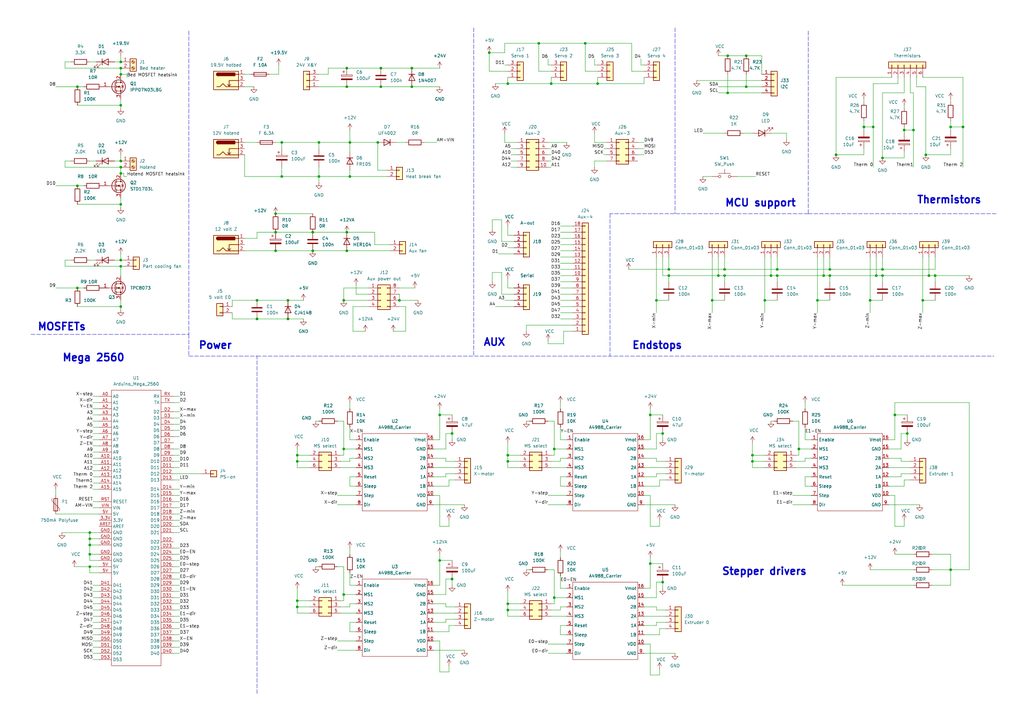
<source format=kicad_sch>
(kicad_sch (version 20211123) (generator eeschema)
  (paper "A3")
  (title_block (title "Ramps 1.4.2 MultiVoltage"))
  (lib_symbols
    (symbol "Arduino_Mega_2560_1"
      (property "Reference" "U" (at 0 24.13 0))
      (property "Value" "Arduino_Mega_2560_1" (at 0 58.42 0))
      (symbol "Arduino_Mega_2560_1_1_1"
        (pin power_out line (at -15.24 2.54 0) (length 5.08) (name "3.3V") (number "3.3V"))
        (pin power_out line (at -15.24 -19.05 0) (length 5.08) (name "5V") (number "5V"))
        (pin power_out line (at -15.24 -16.51 0) (length 5.08) (name "5V") (number "5V"))
        (pin power_out line (at -15.24 5.08 0) (length 5.08) (name "5V") (number "5V"))
        (pin input line (at -15.24 53.34 0) (length 5.08) (name "A0") (number "A0"))
        (pin input line (at -15.24 50.8 0) (length 5.08) (name "A1") (number "A1"))
        (pin input line (at -15.24 27.94 0) (length 5.08) (name "A10") (number "A10"))
        (pin input line (at -15.24 25.4 0) (length 5.08) (name "A11") (number "A11"))
        (pin input line (at -15.24 22.86 0) (length 5.08) (name "A12") (number "A12"))
        (pin input line (at -15.24 20.32 0) (length 5.08) (name "A13") (number "A13"))
        (pin input line (at -15.24 17.78 0) (length 5.08) (name "A14") (number "A14"))
        (pin input line (at -15.24 15.24 0) (length 5.08) (name "A15") (number "A15"))
        (pin input line (at -15.24 48.26 0) (length 5.08) (name "A2") (number "A2"))
        (pin input line (at -15.24 45.72 0) (length 5.08) (name "A3") (number "A3"))
        (pin input line (at -15.24 43.18 0) (length 5.08) (name "A4") (number "A4"))
        (pin input line (at -15.24 40.64 0) (length 5.08) (name "A5") (number "A5"))
        (pin input line (at -15.24 38.1 0) (length 5.08) (name "A6") (number "A6"))
        (pin input line (at -15.24 35.56 0) (length 5.08) (name "A7") (number "A7"))
        (pin input line (at -15.24 33.02 0) (length 5.08) (name "A8") (number "A8"))
        (pin input line (at -15.24 30.48 0) (length 5.08) (name "A9") (number "A9"))
        (pin input line (at -15.24 0 0) (length 5.08) (name "AREF") (number "AREF"))
        (pin bidirectional line (at 15.24 26.67 180) (length 5.08) (name "D10") (number "D10"))
        (pin bidirectional line (at 15.24 24.13 180) (length 5.08) (name "D11") (number "D11"))
        (pin bidirectional line (at 15.24 21.59 180) (length 5.08) (name "D12") (number "D12"))
        (pin bidirectional line (at 15.24 19.05 180) (length 5.08) (name "D13") (number "D13"))
        (pin bidirectional line (at 15.24 15.24 180) (length 5.08) (name "D14") (number "D14"))
        (pin bidirectional line (at 15.24 12.7 180) (length 5.08) (name "D15") (number "D15"))
        (pin bidirectional line (at 15.24 10.16 180) (length 5.08) (name "D16") (number "D16"))
        (pin bidirectional line (at 15.24 7.62 180) (length 5.08) (name "D17") (number "D17"))
        (pin bidirectional line (at 15.24 5.08 180) (length 5.08) (name "D18") (number "D18"))
        (pin bidirectional line (at 15.24 2.54 180) (length 5.08) (name "D19") (number "D19"))
        (pin bidirectional line (at 15.24 46.99 180) (length 5.08) (name "D2") (number "D2"))
        (pin bidirectional line (at 15.24 0 180) (length 5.08) (name "D20") (number "D20"))
        (pin bidirectional line (at 15.24 -2.54 180) (length 5.08) (name "D21") (number "D21"))
        (pin bidirectional line (at 15.24 -6.35 180) (length 5.08) (name "D22") (number "D22"))
        (pin bidirectional line (at 15.24 -8.89 180) (length 5.08) (name "D23") (number "D23"))
        (pin bidirectional line (at 15.24 -11.43 180) (length 5.08) (name "D24") (number "D24"))
        (pin bidirectional line (at 15.24 -13.97 180) (length 5.08) (name "D25") (number "D25"))
        (pin bidirectional line (at 15.24 -16.51 180) (length 5.08) (name "D26") (number "D26"))
        (pin bidirectional line (at 15.24 -19.05 180) (length 5.08) (name "D27") (number "D27"))
        (pin bidirectional line (at 15.24 -21.59 180) (length 5.08) (name "D28") (number "D28"))
        (pin bidirectional line (at 15.24 -24.13 180) (length 5.08) (name "D29") (number "D29"))
        (pin bidirectional line (at 15.24 44.45 180) (length 5.08) (name "D3") (number "D3"))
        (pin bidirectional line (at 15.24 -26.67 180) (length 5.08) (name "D30") (number "D30"))
        (pin bidirectional line (at 15.24 -29.21 180) (length 5.08) (name "D31") (number "D31"))
        (pin bidirectional line (at 15.24 -31.75 180) (length 5.08) (name "D32") (number "D32"))
        (pin bidirectional line (at 15.24 -34.29 180) (length 5.08) (name "D33") (number "D33"))
        (pin bidirectional line (at 15.24 -36.83 180) (length 5.08) (name "D34") (number "D34"))
        (pin bidirectional line (at 15.24 -39.37 180) (length 5.08) (name "D35") (number "D35"))
        (pin bidirectional line (at 15.24 -41.91 180) (length 5.08) (name "D36") (number "D36"))
        (pin bidirectional line (at 15.24 -44.45 180) (length 5.08) (name "D37") (number "D37"))
        (pin bidirectional line (at 15.24 -46.99 180) (length 5.08) (name "D38") (number "D38"))
        (pin bidirectional line (at 15.24 -49.53 180) (length 5.08) (name "D39") (number "D39"))
        (pin bidirectional line (at 15.24 41.91 180) (length 5.08) (name "D4") (number "D4"))
        (pin bidirectional line (at 15.24 -52.07 180) (length 5.08) (name "D40") (number "D40"))
        (pin bidirectional line (at -15.24 -24.13 0) (length 5.08) (name "D41") (number "D41"))
        (pin bidirectional line (at -15.24 -26.67 0) (length 5.08) (name "D42") (number "D42"))
        (pin bidirectional line (at -15.24 -29.21 0) (length 5.08) (name "D43") (number "D43"))
        (pin bidirectional line (at -15.24 -31.75 0) (length 5.08) (name "D44") (number "D44"))
        (pin bidirectional line (at -15.24 -34.29 0) (length 5.08) (name "D45") (number "D45"))
        (pin bidirectional line (at -15.24 -36.83 0) (length 5.08) (name "D46") (number "D46"))
        (pin bidirectional line (at -15.24 -39.37 0) (length 5.08) (name "D47") (number "D47"))
        (pin bidirectional line (at -15.24 -41.91 0) (length 5.08) (name "D48") (number "D48"))
        (pin bidirectional line (at -15.24 -44.45 0) (length 5.08) (name "D49") (number "D49"))
        (pin bidirectional line (at 15.24 39.37 180) (length 5.08) (name "D5") (number "D5"))
        (pin bidirectional line (at -15.24 -46.99 0) (length 5.08) (name "D50") (number "D50"))
        (pin bidirectional line (at -15.24 -49.53 0) (length 5.08) (name "D51") (number "D51"))
        (pin bidirectional line (at -15.24 -52.07 0) (length 5.08) (name "D52") (number "D52"))
        (pin bidirectional line (at -15.24 -54.61 0) (length 5.08) (name "D53") (number "D53"))
        (pin bidirectional line (at 15.24 36.83 180) (length 5.08) (name "D6") (number "D6"))
        (pin bidirectional line (at 15.24 34.29 180) (length 5.08) (name "D7") (number "D7"))
        (pin bidirectional line (at 15.24 31.75 180) (length 5.08) (name "D8") (number "D8"))
        (pin bidirectional line (at 15.24 29.21 180) (length 5.08) (name "D9") (number "D9"))
        (pin power_in line (at -15.24 -13.97 0) (length 5.08) (name "GND") (number "GND"))
        (pin power_in line (at -15.24 -11.43 0) (length 5.08) (name "GND") (number "GND"))
        (pin power_in line (at -15.24 -7.62 0) (length 5.08) (name "GND") (number "GND"))
        (pin power_in line (at -15.24 -5.08 0) (length 5.082) (name "GND") (number "GND"))
        (pin power_in line (at -15.24 -2.54 0) (length 5.08) (name "GND") (number "GND"))
        (pin input line (at -15.24 10.16 0) (length 5.08) (name "RESET") (number "RST"))
        (pin bidirectional line (at 15.24 53.34 180) (length 5.08) (name "RX") (number "RX"))
        (pin bidirectional line (at 15.24 50.8 180) (length 5.08) (name "TX") (number "TX"))
        (pin power_in line (at -15.24 7.62 0) (length 5.08) (name "VIN") (number "VIN"))
      )
    )
    (symbol "Chronic Symbols:+19.5V" (power) (pin_names (offset 0))
      (property "Value" "+19.5V" (at 0 3.556 0))
      (symbol "+19.5V_1_1"
        (pin power_in line (at 0 0 90) (length 0) hide (name "+19.5V") (number "1"))
      )
    )
    (symbol "Chronic Symbols:A4988_Carrier"
      (property "Reference" "U" (at 0 0 0))
      (property "Value" "A4988_Carrier" (at 0 10.16 0))
      (symbol "A4988_Carrier_1_1"
        (pin input line (at -16.51 13.97 0) (length 2.54) (name "Enable") (number "1"))
        (pin power_in line (at 15.24 -8.89 180) (length 2.54) (name "VDD") (number "10"))
        (pin output line (at 15.24 -5.08 180) (length 2.54) (name "1B") (number "11"))
        (pin output line (at 15.24 -1.27 180) (length 2.54) (name "1A") (number "12"))
        (pin output line (at 15.24 2.54 180) (length 2.54) (name "2A") (number "13"))
        (pin output line (at 15.24 6.35 180) (length 2.54) (name "2B") (number "14"))
        (pin power_in line (at 15.24 10.16 180) (length 2.54) (name "GND") (number "15"))
        (pin power_in line (at 15.24 13.97 180) (length 2.54) (name "Vmot") (number "16"))
        (pin input line (at -16.51 10.16 0) (length 2.54) (name "MS1") (number "2"))
        (pin input line (at -16.51 6.35 0) (length 2.54) (name "MS2") (number "3"))
        (pin input line (at -16.51 2.54 0) (length 2.54) (name "MS3") (number "4"))
        (pin input line (at -16.51 -1.27 0) (length 2.54) (name "Reset") (number "5"))
        (pin input line (at -16.51 -5.08 0) (length 2.54) (name "Sleep") (number "6"))
        (pin input line (at -16.51 -8.89 0) (length 2.54) (name "Step") (number "7"))
        (pin input line (at -16.51 -12.7 0) (length 2.54) (name "Dir") (number "8"))
        (pin power_in line (at 15.24 -12.7 180) (length 2.54) (name "GND") (number "9"))
      )
    )
    (symbol "Chronic Symbols:IPP07N03LBG" (pin_names hide)
      (property "Reference" "Q" (at 6.35 1.905 0))
      (property "Value" "IPP07N03LBG" (at 6.35 0 0))
      (symbol "IPP07N03LBG_1_1"
        (pin input line (at -5.08 0 0) (length 2.54) (name "G") (number "1"))
        (pin passive line (at 2.54 5.08 270) (length 2.54) (name "D") (number "2"))
        (pin passive line (at 2.54 -5.08 90) (length 2.54) (name "S") (number "3"))
      )
    )
    (symbol "Chronic Symbols:STD1703L" (pin_names hide)
      (property "Reference" "Q" (at 5.08 1.905 0))
      (property "Value" "STD1703L" (at 5.08 0 0))
      (symbol "STD1703L_1_1"
        (pin input line (at -5.08 0 0) (length 2.54) (name "G") (number "1"))
        (pin passive line (at 2.54 5.08 270) (length 2.54) (name "D") (number "2"))
        (pin passive line (at 2.54 -5.08 90) (length 2.54) (name "S") (number "3"))
      )
    )
    (symbol "Chronic Symbols:TPC8073" (pin_names hide)
      (property "Reference" "Q?" (at -2.54 -3.81 0))
      (property "Value" "TPC8073" (at 6.35 0 0))
      (symbol "TPC8073_1_1"
        (pin passive line (at -5.08 0 0) (length 2.54) (name "G") (number "1"))
        (pin passive line (at 2.54 5.08 270) (length 2.54) (name "D") (number "2"))
        (pin passive line (at 2.54 -5.08 90) (length 2.54) (name "S") (number "3"))
      )
    )
    (symbol "Connector:Barrel_Jack_Switch" (pin_names hide)
      (property "Reference" "J" (at 0 5.334 0))
      (property "Value" "Barrel_Jack_Switch" (at 0 -5.08 0))
      (symbol "Barrel_Jack_Switch_1_1"
        (pin passive line (at 7.62 2.54 180) (length 2.54) (name "~") (number "1"))
        (pin passive line (at 7.62 -2.54 180) (length 2.54) (name "~") (number "2"))
        (pin passive line (at 7.62 0 180) (length 2.54) (name "~") (number "3"))
      )
    )
    (symbol "Connector:Screw_Terminal_01x02" (pin_names (offset 1.016) hide)
      (property "Reference" "J" (at 0 2.54 0))
      (property "Value" "Screw_Terminal_01x02" (at 0 -5.08 0))
      (symbol "Screw_Terminal_01x02_1_1"
        (pin passive line (at -5.08 0 0) (length 3.81) (name "Pin_1") (number "1"))
        (pin passive line (at -5.08 -2.54 0) (length 3.81) (name "Pin_2") (number "2"))
      )
    )
    (symbol "Connector_Generic:Conn_01x01" (pin_names (offset 1.016) hide)
      (property "Reference" "J" (at 0 2.54 0))
      (property "Value" "Conn_01x01" (at 0 -2.54 0))
      (symbol "Conn_01x01_1_1"
        (pin passive line (at -5.08 0 0) (length 3.81) (name "Pin_1") (number "1"))
      )
    )
    (symbol "Connector_Generic:Conn_01x02" (pin_names (offset 1.016) hide)
      (property "Reference" "J" (at 0 2.54 0))
      (property "Value" "Conn_01x02" (at 0 -5.08 0))
      (symbol "Conn_01x02_1_1"
        (pin passive line (at -5.08 0 0) (length 3.81) (name "Pin_1") (number "1"))
        (pin passive line (at -5.08 -2.54 0) (length 3.81) (name "Pin_2") (number "2"))
      )
    )
    (symbol "Connector_Generic:Conn_01x03" (pin_names (offset 1.016) hide)
      (property "Reference" "J" (at 0 5.08 0))
      (property "Value" "Conn_01x03" (at 0 -5.08 0))
      (symbol "Conn_01x03_1_1"
        (pin passive line (at -5.08 2.54 0) (length 3.81) (name "Pin_1") (number "1"))
        (pin passive line (at -5.08 0 0) (length 3.81) (name "Pin_2") (number "2"))
        (pin passive line (at -5.08 -2.54 0) (length 3.81) (name "Pin_3") (number "3"))
      )
    )
    (symbol "Connector_Generic:Conn_01x04" (pin_names (offset 1.016) hide)
      (property "Reference" "J" (at 0 5.08 0))
      (property "Value" "Conn_01x04" (at 0 -7.62 0))
      (symbol "Conn_01x04_1_1"
        (pin passive line (at -5.08 2.54 0) (length 3.81) (name "Pin_1") (number "1"))
        (pin passive line (at -5.08 0 0) (length 3.81) (name "Pin_2") (number "2"))
        (pin passive line (at -5.08 -2.54 0) (length 3.81) (name "Pin_3") (number "3"))
        (pin passive line (at -5.08 -5.08 0) (length 3.81) (name "Pin_4") (number "4"))
      )
    )
    (symbol "Connector_Generic:Conn_01x06" (pin_names (offset 1.016) hide)
      (property "Reference" "J" (at 0 7.62 0))
      (property "Value" "Conn_01x06" (at 0 -10.16 0))
      (symbol "Conn_01x06_1_1"
        (pin passive line (at -5.08 5.08 0) (length 3.81) (name "Pin_1") (number "1"))
        (pin passive line (at -5.08 2.54 0) (length 3.81) (name "Pin_2") (number "2"))
        (pin passive line (at -5.08 0 0) (length 3.81) (name "Pin_3") (number "3"))
        (pin passive line (at -5.08 -2.54 0) (length 3.81) (name "Pin_4") (number "4"))
        (pin passive line (at -5.08 -5.08 0) (length 3.81) (name "Pin_5") (number "5"))
        (pin passive line (at -5.08 -7.62 0) (length 3.81) (name "Pin_6") (number "6"))
      )
    )
    (symbol "Connector_Generic:Conn_01x18" (pin_names (offset 1.016) hide)
      (property "Reference" "J" (at 0 22.86 0))
      (property "Value" "Conn_01x18" (at 0 -25.4 0))
      (symbol "Conn_01x18_1_1"
        (pin passive line (at -5.08 20.32 0) (length 3.81) (name "Pin_1") (number "1"))
        (pin passive line (at -5.08 -2.54 0) (length 3.81) (name "Pin_10") (number "10"))
        (pin passive line (at -5.08 -5.08 0) (length 3.81) (name "Pin_11") (number "11"))
        (pin passive line (at -5.08 -7.62 0) (length 3.81) (name "Pin_12") (number "12"))
        (pin passive line (at -5.08 -10.16 0) (length 3.81) (name "Pin_13") (number "13"))
        (pin passive line (at -5.08 -12.7 0) (length 3.81) (name "Pin_14") (number "14"))
        (pin passive line (at -5.08 -15.24 0) (length 3.81) (name "Pin_15") (number "15"))
        (pin passive line (at -5.08 -17.78 0) (length 3.81) (name "Pin_16") (number "16"))
        (pin passive line (at -5.08 -20.32 0) (length 3.81) (name "Pin_17") (number "17"))
        (pin passive line (at -5.08 -22.86 0) (length 3.81) (name "Pin_18") (number "18"))
        (pin passive line (at -5.08 17.78 0) (length 3.81) (name "Pin_2") (number "2"))
        (pin passive line (at -5.08 15.24 0) (length 3.81) (name "Pin_3") (number "3"))
        (pin passive line (at -5.08 12.7 0) (length 3.81) (name "Pin_4") (number "4"))
        (pin passive line (at -5.08 10.16 0) (length 3.81) (name "Pin_5") (number "5"))
        (pin passive line (at -5.08 7.62 0) (length 3.81) (name "Pin_6") (number "6"))
        (pin passive line (at -5.08 5.08 0) (length 3.81) (name "Pin_7") (number "7"))
        (pin passive line (at -5.08 2.54 0) (length 3.81) (name "Pin_8") (number "8"))
        (pin passive line (at -5.08 0 0) (length 3.81) (name "Pin_9") (number "9"))
      )
    )
    (symbol "Connector_Generic:Conn_02x03_Odd_Even" (pin_names (offset 1.016) hide)
      (property "Reference" "J" (at 1.27 5.08 0))
      (property "Value" "Conn_02x03_Odd_Even" (at 1.27 -5.08 0))
      (symbol "Conn_02x03_Odd_Even_1_1"
        (pin passive line (at -5.08 2.54 0) (length 3.81) (name "Pin_1") (number "1"))
        (pin passive line (at 7.62 2.54 180) (length 3.81) (name "Pin_2") (number "2"))
        (pin passive line (at -5.08 0 0) (length 3.81) (name "Pin_3") (number "3"))
        (pin passive line (at 7.62 0 180) (length 3.81) (name "Pin_4") (number "4"))
        (pin passive line (at -5.08 -2.54 0) (length 3.81) (name "Pin_5") (number "5"))
        (pin passive line (at 7.62 -2.54 180) (length 3.81) (name "Pin_6") (number "6"))
      )
    )
    (symbol "Connector_Generic:Conn_02x04_Counter_Clockwise" (pin_names (offset 1.016) hide)
      (property "Reference" "J" (at 1.27 5.08 0))
      (property "Value" "Conn_02x04_Counter_Clockwise" (at 1.27 -7.62 0))
      (symbol "Conn_02x04_Counter_Clockwise_1_1"
        (pin passive line (at -5.08 2.54 0) (length 3.81) (name "Pin_1") (number "1"))
        (pin passive line (at -5.08 0 0) (length 3.81) (name "Pin_2") (number "2"))
        (pin passive line (at -5.08 -2.54 0) (length 3.81) (name "Pin_3") (number "3"))
        (pin passive line (at -5.08 -5.08 0) (length 3.81) (name "Pin_4") (number "4"))
        (pin passive line (at 7.62 -5.08 180) (length 3.81) (name "Pin_5") (number "5"))
        (pin passive line (at 7.62 -2.54 180) (length 3.81) (name "Pin_6") (number "6"))
        (pin passive line (at 7.62 0 180) (length 3.81) (name "Pin_7") (number "7"))
        (pin passive line (at 7.62 2.54 180) (length 3.81) (name "Pin_8") (number "8"))
      )
    )
    (symbol "Connector_Generic:Conn_02x04_Odd_Even" (pin_names (offset 1.016) hide)
      (property "Reference" "J" (at 1.27 5.08 0))
      (property "Value" "Conn_02x04_Odd_Even" (at 1.27 -7.62 0))
      (symbol "Conn_02x04_Odd_Even_1_1"
        (pin passive line (at -5.08 2.54 0) (length 3.81) (name "Pin_1") (number "1"))
        (pin passive line (at 7.62 2.54 180) (length 3.81) (name "Pin_2") (number "2"))
        (pin passive line (at -5.08 0 0) (length 3.81) (name "Pin_3") (number "3"))
        (pin passive line (at 7.62 0 180) (length 3.81) (name "Pin_4") (number "4"))
        (pin passive line (at -5.08 -2.54 0) (length 3.81) (name "Pin_5") (number "5"))
        (pin passive line (at 7.62 -2.54 180) (length 3.81) (name "Pin_6") (number "6"))
        (pin passive line (at -5.08 -5.08 0) (length 3.81) (name "Pin_7") (number "7"))
        (pin passive line (at 7.62 -5.08 180) (length 3.81) (name "Pin_8") (number "8"))
      )
    )
    (symbol "Connector_Generic:Conn_02x05_Odd_Even" (pin_names (offset 1.016) hide)
      (property "Reference" "J" (at 1.27 7.62 0))
      (property "Value" "Conn_02x05_Odd_Even" (at 1.27 -7.62 0))
      (symbol "Conn_02x05_Odd_Even_1_1"
        (pin passive line (at -5.08 5.08 0) (length 3.81) (name "Pin_1") (number "1"))
        (pin passive line (at 7.62 -5.08 180) (length 3.81) (name "Pin_10") (number "10"))
        (pin passive line (at 7.62 5.08 180) (length 3.81) (name "Pin_2") (number "2"))
        (pin passive line (at -5.08 2.54 0) (length 3.81) (name "Pin_3") (number "3"))
        (pin passive line (at 7.62 2.54 180) (length 3.81) (name "Pin_4") (number "4"))
        (pin passive line (at -5.08 0 0) (length 3.81) (name "Pin_5") (number "5"))
        (pin passive line (at 7.62 0 180) (length 3.81) (name "Pin_6") (number "6"))
        (pin passive line (at -5.08 -2.54 0) (length 3.81) (name "Pin_7") (number "7"))
        (pin passive line (at 7.62 -2.54 180) (length 3.81) (name "Pin_8") (number "8"))
        (pin passive line (at -5.08 -5.08 0) (length 3.81) (name "Pin_9") (number "9"))
      )
    )
    (symbol "Device:C" (pin_numbers hide) (pin_names (offset 0.254))
      (property "Reference" "C" (at 0.635 2.54 0))
      (property "Value" "C" (at 0.635 -2.54 0))
      (symbol "C_1_1"
        (pin passive line (at 0 3.81 270) (length 2.794) (name "~") (number "1"))
        (pin passive line (at 0 -3.81 90) (length 2.794) (name "~") (number "2"))
      )
    )
    (symbol "Device:C_Polarized" (pin_numbers hide) (pin_names (offset 0.254))
      (property "Reference" "C" (at 0.635 2.54 0))
      (property "Value" "C_Polarized" (at 0.635 -2.54 0))
      (symbol "C_Polarized_1_1"
        (pin passive line (at 0 3.81 270) (length 2.794) (name "~") (number "1"))
        (pin passive line (at 0 -3.81 90) (length 2.794) (name "~") (number "2"))
      )
    )
    (symbol "Device:D" (pin_numbers hide) (pin_names (offset 1.016) hide)
      (property "Reference" "D" (at 0 2.54 0))
      (property "Value" "D" (at 0 -2.54 0))
      (symbol "D_1_1"
        (pin passive line (at -3.81 0 0) (length 2.54) (name "K") (number "1"))
        (pin passive line (at 3.81 0 180) (length 2.54) (name "A") (number "2"))
      )
    )
    (symbol "Device:Fuse" (pin_numbers hide) (pin_names (offset 0))
      (property "Reference" "F" (at 2.032 0 90))
      (property "Value" "Fuse" (at -1.905 0 90))
      (symbol "Fuse_1_1"
        (pin passive line (at 0 3.81 270) (length 1.27) (name "~") (number "1"))
        (pin passive line (at 0 -3.81 90) (length 1.27) (name "~") (number "2"))
      )
    )
    (symbol "Device:LED" (pin_numbers hide) (pin_names (offset 1.016) hide)
      (property "Reference" "D" (at 0 2.54 0))
      (property "Value" "LED" (at 0 -2.54 0))
      (symbol "LED_1_1"
        (pin passive line (at -3.81 0 0) (length 2.54) (name "K") (number "1"))
        (pin passive line (at 3.81 0 180) (length 2.54) (name "A") (number "2"))
      )
    )
    (symbol "Device:Polyfuse" (pin_numbers hide) (pin_names (offset 0))
      (property "Reference" "F" (at -2.54 0 90))
      (property "Value" "Polyfuse" (at 2.54 0 90))
      (symbol "Polyfuse_1_1"
        (pin passive line (at 0 3.81 270) (length 1.27) (name "~") (number "1"))
        (pin passive line (at 0 -3.81 90) (length 1.27) (name "~") (number "2"))
      )
    )
    (symbol "Device:R" (pin_numbers hide) (pin_names (offset 0))
      (property "Reference" "R" (at 2.032 0 90))
      (property "Value" "R" (at 0 0 90))
      (symbol "R_1_1"
        (pin passive line (at 0 3.81 270) (length 1.27) (name "~") (number "1"))
        (pin passive line (at 0 -3.81 90) (length 1.27) (name "~") (number "2"))
      )
    )
    (symbol "Switch:SW_Push" (pin_numbers hide) (pin_names (offset 1.016) hide)
      (property "Reference" "SW" (at 1.27 2.54 0))
      (property "Value" "SW_Push" (at 0 -1.524 0))
      (symbol "SW_Push_0_1"
        (pin passive line (at -5.08 0 0) (length 2.54) (name "1") (number "1"))
        (pin passive line (at 5.08 0 180) (length 2.54) (name "2") (number "2"))
      )
    )
    (symbol "power:+12V" (power) (pin_names (offset 0))
      (property "Value" "+12V" (at 0 3.556 0))
      (symbol "+12V_1_1"
        (pin power_in line (at 0 0 90) (length 0) hide (name "+12V") (number "1"))
      )
    )
    (symbol "power:+12VA" (power) (pin_names (offset 0))
      (property "Value" "+12VA" (at 0 3.556 0))
      (symbol "+12VA_1_1"
        (pin power_in line (at 0 0 90) (length 0) hide (name "+12VA") (number "1"))
      )
    )
    (symbol "power:+24V" (power) (pin_names (offset 0))
      (property "Value" "+24V" (at 0 3.556 0))
      (symbol "+24V_1_1"
        (pin power_in line (at 0 0 90) (length 0) hide (name "+24V") (number "1"))
      )
    )
    (symbol "power:+5V" (power) (pin_names (offset 0))
      (property "Value" "+5V" (at 0 3.556 0))
      (symbol "+5V_1_1"
        (pin power_in line (at 0 0 90) (length 0) hide (name "+5V") (number "1"))
      )
    )
    (symbol "power:GND" (power) (pin_names (offset 0))
      (property "Value" "GND" (at 0 -3.81 0))
      (symbol "GND_1_1"
        (pin power_in line (at 0 0 270) (length 0) hide (name "GND") (number "1"))
      )
    )
    (symbol "power:VCC" (power) (pin_names (offset 0))
      (property "Value" "VCC" (at 0 3.81 0))
      (symbol "VCC_1_1"
        (pin power_in line (at 0 0 90) (length 0) hide (name "VCC") (number "1"))
      )
    )
  )
  (junction (at 271.78 238.76))
  (junction (at 163.83 123.19))
  (junction (at 298.45 38.1))
  (junction (at 143.51 72.39))
  (junction (at 374.65 53.34))
  (junction (at 308.61 186.69))
  (junction (at 105.41 123.19))
  (junction (at 292.1 123.19))
  (junction (at 130.81 58.42))
  (junction (at 185.42 177.8))
  (junction (at 185.42 237.49))
  (junction (at 168.91 27.94))
  (junction (at 142.24 35.56))
  (junction (at 156.21 35.56))
  (junction (at 118.11 123.19))
  (junction (at 208.28 247.65))
  (junction (at 180.34 170.18))
  (junction (at 226.06 34.29))
  (junction (at 49.53 109.22))
  (junction (at 118.11 130.81))
  (junction (at 274.32 113.03))
  (junction (at 359.41 113.03))
  (junction (at 340.36 110.49))
  (junction (at 294.64 113.03))
  (junction (at 49.53 27.94))
  (junction (at 327.66 184.15))
  (junction (at 297.18 110.49))
  (junction (at 142.24 95.25))
  (junction (at 113.03 102.87))
  (junction (at 361.95 113.03))
  (junction (at 227.33 184.15))
  (junction (at 361.95 110.49))
  (junction (at 318.77 110.49))
  (junction (at 245.11 34.29))
  (junction (at 208.28 250.19))
  (junction (at 143.51 58.42))
  (junction (at 49.53 71.12))
  (junction (at 271.78 177.8))
  (junction (at 358.14 52.07))
  (junction (at 113.03 87.63))
  (junction (at 140.97 243.84))
  (junction (at 308.61 189.23))
  (junction (at 142.24 27.94))
  (junction (at 298.45 22.86))
  (junction (at 180.34 229.87))
  (junction (at 31.75 76.2))
  (junction (at 372.11 177.8))
  (junction (at 274.32 110.49))
  (junction (at 389.89 52.07))
  (junction (at 105.41 130.81))
  (junction (at 370.84 53.34))
  (junction (at 49.53 43.18))
  (junction (at 154.94 58.42))
  (junction (at 335.28 123.19))
  (junction (at 156.21 27.94))
  (junction (at 49.53 125.73))
  (junction (at 394.97 52.07))
  (junction (at 115.57 58.42))
  (junction (at 31.75 35.56))
  (junction (at 115.57 72.39))
  (junction (at 121.92 246.38))
  (junction (at 36.83 223.52))
  (junction (at 337.82 113.03))
  (junction (at 340.36 113.03))
  (junction (at 121.92 189.23))
  (junction (at 227.33 245.11))
  (junction (at 130.81 72.39))
  (junction (at 354.33 52.07))
  (junction (at 379.73 63.5))
  (junction (at 121.92 186.69))
  (junction (at 128.27 102.87))
  (junction (at 316.23 113.03))
  (junction (at 378.46 123.19))
  (junction (at 240.03 17.78))
  (junction (at 381 113.03))
  (junction (at 36.83 227.33))
  (junction (at 297.18 113.03))
  (junction (at 361.95 64.77))
  (junction (at 49.53 25.4))
  (junction (at 342.9 63.5))
  (junction (at 36.83 232.41))
  (junction (at 121.92 248.92))
  (junction (at 113.03 95.25))
  (junction (at 142.24 102.87))
  (junction (at 49.53 66.04))
  (junction (at 269.24 123.19))
  (junction (at 140.97 184.15))
  (junction (at 49.53 30.48))
  (junction (at 266.7 231.14))
  (junction (at 266.7 170.18))
  (junction (at 140.97 123.19))
  (junction (at 208.28 34.29))
  (junction (at 220.98 17.78))
  (junction (at 36.83 220.98))
  (junction (at 356.87 123.19))
  (junction (at 318.77 113.03))
  (junction (at 49.53 106.68))
  (junction (at 389.89 233.68))
  (junction (at 200.66 21.59))
  (junction (at 367.03 170.18))
  (junction (at 49.53 83.82))
  (junction (at 31.75 118.11))
  (junction (at 306.07 35.56))
  (junction (at 208.28 189.23))
  (junction (at 49.53 68.58))
  (junction (at 383.54 113.03))
  (junction (at 313.69 123.19))
  (junction (at 306.07 22.86))
  (junction (at 208.28 186.69))
  (junction (at 128.27 95.25))
  (junction (at 168.91 35.56))
  (junction (at 36.83 218.44))
  (wire (pts (xy 306.07 30.48) (xy 306.07 35.56)))
  (wire (pts (xy 113.03 58.42) (xy 115.57 58.42)))
  (wire (pts (xy 38.1 195.58) (xy 40.64 195.58)))
  (wire (pts (xy 271.78 238.76) (xy 271.78 241.3)))
  (wire (pts (xy 208.28 252.73) (xy 208.28 250.19)))
  (wire (pts (xy 208.28 250.19) (xy 213.36 250.19)))
  (wire (pts (xy 297.18 105.41) (xy 297.18 110.49)))
  (wire (pts (xy 180.34 170.18) (xy 185.42 170.18)))
  (wire (pts (xy 227.33 245.11) (xy 232.41 245.11)))
  (wire (pts (xy 73.66 237.49) (xy 71.12 237.49)))
  (wire (pts (xy 325.12 203.2) (xy 332.74 203.2)))
  (wire (pts (xy 130.81 58.42) (xy 143.51 58.42)))
  (wire (pts (xy 356.87 233.68) (xy 374.65 233.68)))
  (wire (pts (xy 364.49 203.2) (xy 367.03 203.2)))
  (wire (pts (xy 121.92 246.38) (xy 127 246.38)))
  (wire (pts (xy 38.1 177.8) (xy 40.64 177.8)))
  (wire (pts (xy 73.66 227.33) (xy 71.12 227.33)))
  (wire (pts (xy 264.16 58.42) (xy 261.62 58.42)))
  (wire (pts (xy 22.86 210.82) (xy 40.64 210.82)))
  (wire (pts (xy 182.88 195.58) (xy 182.88 194.31)))
  (wire (pts (xy 370.84 31.75) (xy 370.84 38.1)))
  (wire (pts (xy 208.28 250.19) (xy 208.28 247.65)))
  (wire (pts (xy 36.83 232.41) (xy 40.64 232.41)))
  (wire (pts (xy 308.61 191.77) (xy 313.69 191.77)))
  (wire (pts (xy 182.88 184.15) (xy 182.88 177.8)))
  (wire (pts (xy 269.24 123.19) (xy 274.32 123.19)))
  (wire (pts (xy 262.89 24.13) (xy 262.89 26.67)))
  (wire (pts (xy 294.64 113.03) (xy 297.18 113.03)))
  (wire (pts (xy 205.74 111.76) (xy 201.93 111.76)))
  (wire (pts (xy 330.2 187.96) (xy 332.74 187.96)))
  (wire (pts (xy 370.84 53.34) (xy 370.84 54.61)))
  (wire (pts (xy 358.14 34.29) (xy 358.14 52.07)))
  (wire (pts (xy 40.64 220.98) (xy 36.83 220.98)))
  (wire (pts (xy 139.7 186.69) (xy 140.97 186.69)))
  (wire (pts (xy 146.05 199.39) (xy 143.51 199.39)))
  (wire (pts (xy 264.16 31.75) (xy 264.16 34.29)))
  (wire (pts (xy 49.53 109.22) (xy 50.8 109.22)))
  (wire (pts (xy 100.33 35.56) (xy 104.14 35.56)))
  (wire (pts (xy 226.06 186.69) (xy 227.33 186.69)))
  (wire (pts (xy 121.92 251.46) (xy 127 251.46)))
  (wire (pts (xy 73.66 173.99) (xy 71.12 173.99)))
  (wire (pts (xy 229.87 165.1) (xy 229.87 167.64)))
  (wire (pts (xy 226.06 250.19) (xy 229.87 250.19)))
  (wire (pts (xy 38.1 245.11) (xy 40.64 245.11)))
  (wire (pts (xy 73.66 215.9) (xy 71.12 215.9)))
  (wire (pts (xy 335.28 123.19) (xy 340.36 123.19)))
  (wire (pts (xy 226.06 66.04) (xy 224.79 66.04)))
  (wire (pts (xy 140.97 184.15) (xy 146.05 184.15)))
  (wire (pts (xy 327.66 172.72) (xy 325.12 172.72)))
  (wire (pts (xy 73.66 218.44) (xy 71.12 218.44)))
  (wire (pts (xy 270.51 199.39) (xy 270.51 196.85)))
  (wire (pts (xy 337.82 113.03) (xy 340.36 113.03)))
  (wire (pts (xy 365.76 31.75) (xy 342.9 31.75)))
  (wire (pts (xy 100.33 102.87) (xy 113.03 102.87)))
  (wire (pts (xy 270.51 260.35) (xy 270.51 257.81)))
  (wire (pts (xy 36.83 223.52) (xy 36.83 220.98)))
  (wire (pts (xy 264.16 184.15) (xy 269.24 184.15)))
  (wire (pts (xy 229.87 113.03) (xy 234.95 113.03)))
  (wire (pts (xy 318.77 113.03) (xy 337.82 113.03)))
  (polyline (pts (xy 331.47 87.63) (xy 408.94 87.63)))
  (wire (pts (xy 170.18 118.11) (xy 163.83 118.11)))
  (wire (pts (xy 128.27 102.87) (xy 142.24 102.87)))
  (wire (pts (xy 182.88 248.92) (xy 186.69 248.92)))
  (wire (pts (xy 203.2 125.73) (xy 210.82 125.73)))
  (wire (pts (xy 208.28 189.23) (xy 208.28 186.69)))
  (wire (pts (xy 207.01 26.67) (xy 208.28 26.67)))
  (polyline (pts (xy 77.47 137.16) (xy 77.47 146.05)))
  (wire (pts (xy 31.75 83.82) (xy 49.53 83.82)))
  (wire (pts (xy 243.84 24.13) (xy 243.84 26.67)))
  (wire (pts (xy 121.92 189.23) (xy 127 189.23)))
  (wire (pts (xy 26.67 68.58) (xy 49.53 68.58)))
  (wire (pts (xy 73.66 247.65) (xy 71.12 247.65)))
  (wire (pts (xy 370.84 38.1) (xy 361.95 38.1)))
  (wire (pts (xy 288.29 54.61) (xy 297.18 54.61)))
  (wire (pts (xy 297.18 110.49) (xy 274.32 110.49)))
  (wire (pts (xy 367.03 170.18) (xy 367.03 180.34)))
  (wire (pts (xy 364.49 199.39) (xy 370.84 199.39)))
  (wire (pts (xy 73.66 210.82) (xy 71.12 210.82)))
  (wire (pts (xy 229.87 125.73) (xy 234.95 125.73)))
  (wire (pts (xy 38.1 270.51) (xy 40.64 270.51)))
  (wire (pts (xy 139.7 251.46) (xy 146.05 251.46)))
  (wire (pts (xy 266.7 203.2) (xy 266.7 215.9)))
  (wire (pts (xy 38.1 205.74) (xy 40.64 205.74)))
  (wire (pts (xy 266.7 264.16) (xy 266.7 276.86)))
  (wire (pts (xy 113.03 102.87) (xy 128.27 102.87)))
  (wire (pts (xy 49.53 81.28) (xy 49.53 83.82)))
  (wire (pts (xy 356.87 123.19) (xy 361.95 123.19)))
  (wire (pts (xy 318.77 110.49) (xy 340.36 110.49)))
  (wire (pts (xy 205.74 99.06) (xy 205.74 90.17)))
  (wire (pts (xy 184.15 259.08) (xy 184.15 256.54)))
  (wire (pts (xy 142.24 35.56) (xy 156.21 35.56)))
  (wire (pts (xy 73.66 262.89) (xy 71.12 262.89)))
  (wire (pts (xy 294.64 38.1) (xy 298.45 38.1)))
  (wire (pts (xy 138.43 203.2) (xy 146.05 203.2)))
  (wire (pts (xy 177.8 262.89) (xy 180.34 262.89)))
  (wire (pts (xy 201.93 90.17) (xy 201.93 93.98)))
  (wire (pts (xy 143.51 195.58) (xy 146.05 195.58)))
  (wire (pts (xy 367.03 180.34) (xy 364.49 180.34)))
  (wire (pts (xy 266.7 241.3) (xy 264.16 241.3)))
  (wire (pts (xy 168.91 35.56) (xy 180.34 35.56)))
  (wire (pts (xy 143.51 199.39) (xy 143.51 195.58)))
  (wire (pts (xy 243.84 54.61) (xy 243.84 58.42)))
  (wire (pts (xy 367.03 215.9) (xy 370.84 215.9)))
  (wire (pts (xy 143.51 53.34) (xy 143.51 58.42)))
  (wire (pts (xy 245.11 31.75) (xy 245.11 34.29)))
  (wire (pts (xy 354.33 49.53) (xy 354.33 52.07)))
  (wire (pts (xy 370.84 196.85) (xy 373.38 196.85)))
  (wire (pts (xy 52.07 31.75) (xy 52.07 30.48)))
  (polyline (pts (xy 105.41 146.05) (xy 407.67 146.05)))
  (wire (pts (xy 232.41 260.35) (xy 229.87 260.35)))
  (wire (pts (xy 146.05 259.08) (xy 143.51 259.08)))
  (wire (pts (xy 95.25 123.19) (xy 105.41 123.19)))
  (wire (pts (xy 180.34 229.87) (xy 180.34 240.03)))
  (wire (pts (xy 361.95 115.57) (xy 361.95 113.03)))
  (wire (pts (xy 115.57 68.58) (xy 115.57 72.39)))
  (wire (pts (xy 49.53 40.64) (xy 49.53 43.18)))
  (wire (pts (xy 95.25 125.73) (xy 95.25 123.19)))
  (wire (pts (xy 36.83 25.4) (xy 39.37 25.4)))
  (wire (pts (xy 208.28 252.73) (xy 213.36 252.73)))
  (wire (pts (xy 354.33 63.5) (xy 342.9 63.5)))
  (wire (pts (xy 264.16 187.96) (xy 269.24 187.96)))
  (wire (pts (xy 180.34 275.59) (xy 184.15 275.59)))
  (wire (pts (xy 134.62 27.94) (xy 142.24 27.94)))
  (wire (pts (xy 264.16 264.16) (xy 266.7 264.16)))
  (wire (pts (xy 226.06 60.96) (xy 224.79 60.96)))
  (wire (pts (xy 229.87 256.54) (xy 232.41 256.54)))
  (wire (pts (xy 229.87 180.34) (xy 232.41 180.34)))
  (wire (pts (xy 208.28 101.6) (xy 210.82 101.6)))
  (wire (pts (xy 143.51 247.65) (xy 146.05 247.65)))
  (wire (pts (xy 73.66 189.23) (xy 71.12 189.23)))
  (wire (pts (xy 381 113.03) (xy 383.54 113.03)))
  (wire (pts (xy 143.51 180.34) (xy 146.05 180.34)))
  (wire (pts (xy 138.43 266.7) (xy 146.05 266.7)))
  (wire (pts (xy 308.61 189.23) (xy 313.69 189.23)))
  (wire (pts (xy 234.95 133.35) (xy 215.9 133.35)))
  (wire (pts (xy 227.33 186.69) (xy 227.33 184.15)))
  (wire (pts (xy 121.92 241.3) (xy 121.92 246.38)))
  (wire (pts (xy 264.16 63.5) (xy 261.62 63.5)))
  (wire (pts (xy 397.51 165.1) (xy 397.51 233.68)))
  (wire (pts (xy 143.51 224.79) (xy 143.51 227.33)))
  (wire (pts (xy 140.97 172.72) (xy 140.97 184.15)))
  (wire (pts (xy 143.51 189.23) (xy 143.51 187.96)))
  (wire (pts (xy 209.55 68.58) (xy 212.09 68.58)))
  (wire (pts (xy 38.1 180.34) (xy 40.64 180.34)))
  (wire (pts (xy 330.2 165.1) (xy 330.2 167.64)))
  (wire (pts (xy 138.43 207.01) (xy 146.05 207.01)))
  (wire (pts (xy 208.28 118.11) (xy 210.82 118.11)))
  (wire (pts (xy 316.23 172.72) (xy 317.5 172.72)))
  (wire (pts (xy 335.28 105.41) (xy 335.28 123.19)))
  (wire (pts (xy 375.92 35.56) (xy 379.73 35.56)))
  (wire (pts (xy 367.03 203.2) (xy 367.03 215.9)))
  (wire (pts (xy 38.1 172.72) (xy 40.64 172.72)))
  (wire (pts (xy 182.88 254) (xy 186.69 254)))
  (wire (pts (xy 73.66 255.27) (xy 71.12 255.27)))
  (wire (pts (xy 208.28 181.61) (xy 208.28 186.69)))
  (wire (pts (xy 182.88 255.27) (xy 182.88 254)))
  (wire (pts (xy 140.97 232.41) (xy 140.97 243.84)))
  (wire (pts (xy 382.27 240.03) (xy 389.89 240.03)))
  (wire (pts (xy 316.23 54.61) (xy 322.58 54.61)))
  (wire (pts (xy 224.79 207.01) (xy 232.41 207.01)))
  (wire (pts (xy 316.23 105.41) (xy 316.23 113.03)))
  (wire (pts (xy 184.15 256.54) (xy 186.69 256.54)))
  (wire (pts (xy 274.32 110.49) (xy 257.81 110.49)))
  (wire (pts (xy 229.87 105.41) (xy 234.95 105.41)))
  (wire (pts (xy 38.1 250.19) (xy 40.64 250.19)))
  (wire (pts (xy 313.69 123.19) (xy 318.77 123.19)))
  (wire (pts (xy 308.61 186.69) (xy 313.69 186.69)))
  (wire (pts (xy 381 105.41) (xy 381 113.03)))
  (wire (pts (xy 208.28 189.23) (xy 213.36 189.23)))
  (wire (pts (xy 158.75 69.85) (xy 154.94 69.85)))
  (wire (pts (xy 130.81 60.96) (xy 130.81 58.42)))
  (wire (pts (xy 143.51 255.27) (xy 146.05 255.27)))
  (wire (pts (xy 38.1 262.89) (xy 40.64 262.89)))
  (wire (pts (xy 73.66 168.91) (xy 71.12 168.91)))
  (wire (pts (xy 73.66 267.97) (xy 71.12 267.97)))
  (wire (pts (xy 73.66 242.57) (xy 71.12 242.57)))
  (wire (pts (xy 269.24 255.27) (xy 273.05 255.27)))
  (wire (pts (xy 138.43 262.89) (xy 146.05 262.89)))
  (wire (pts (xy 179.07 58.42) (xy 173.99 58.42)))
  (wire (pts (xy 143.51 248.92) (xy 143.51 247.65)))
  (wire (pts (xy 337.82 105.41) (xy 337.82 113.03)))
  (wire (pts (xy 274.32 115.57) (xy 274.32 113.03)))
  (wire (pts (xy 31.75 125.73) (xy 49.53 125.73)))
  (wire (pts (xy 269.24 105.41) (xy 269.24 123.19)))
  (wire (pts (xy 154.94 69.85) (xy 154.94 58.42)))
  (wire (pts (xy 25.4 218.44) (xy 36.83 218.44)))
  (wire (pts (xy 383.54 110.49) (xy 361.95 110.49)))
  (wire (pts (xy 166.37 58.42) (xy 162.56 58.42)))
  (wire (pts (xy 26.67 66.04) (xy 26.67 68.58)))
  (wire (pts (xy 229.87 115.57) (xy 234.95 115.57)))
  (wire (pts (xy 182.88 194.31) (xy 186.69 194.31)))
  (wire (pts (xy 271.78 105.41) (xy 271.78 113.03)))
  (wire (pts (xy 49.53 125.73) (xy 49.53 127)))
  (wire (pts (xy 285.75 33.02) (xy 312.42 33.02)))
  (wire (pts (xy 140.97 186.69) (xy 140.97 184.15)))
  (wire (pts (xy 394.97 52.07) (xy 394.97 68.58)))
  (wire (pts (xy 22.86 76.2) (xy 31.75 76.2)))
  (wire (pts (xy 269.24 256.54) (xy 269.24 255.27)))
  (wire (pts (xy 49.53 104.14) (xy 49.53 106.68)))
  (wire (pts (xy 382.27 233.68) (xy 389.89 233.68)))
  (wire (pts (xy 38.1 162.56) (xy 40.64 162.56)))
  (wire (pts (xy 361.95 105.41) (xy 361.95 110.49)))
  (wire (pts (xy 326.39 186.69) (xy 327.66 186.69)))
  (wire (pts (xy 364.49 207.01) (xy 377.19 207.01)))
  (wire (pts (xy 309.88 72.39) (xy 302.26 72.39)))
  (wire (pts (xy 208.28 29.21) (xy 200.66 29.21)))
  (wire (pts (xy 177.8 207.01) (xy 190.5 207.01)))
  (wire (pts (xy 121.92 248.92) (xy 127 248.92)))
  (wire (pts (xy 38.1 165.1) (xy 40.64 165.1)))
  (wire (pts (xy 180.34 240.03) (xy 177.8 240.03)))
  (wire (pts (xy 220.98 29.21) (xy 226.06 29.21)))
  (wire (pts (xy 313.69 123.19) (xy 313.69 128.27)))
  (wire (pts (xy 29.21 106.68) (xy 26.67 106.68)))
  (wire (pts (xy 50.8 72.39) (xy 50.8 71.12)))
  (wire (pts (xy 182.88 177.8) (xy 185.42 177.8)))
  (wire (pts (xy 149.86 135.89) (xy 144.78 135.89)))
  (wire (pts (xy 130.81 30.48) (xy 134.62 30.48)))
  (wire (pts (xy 312.42 22.86) (xy 312.42 30.48)))
  (wire (pts (xy 264.16 252.73) (xy 273.05 252.73)))
  (wire (pts (xy 297.18 113.03) (xy 316.23 113.03)))
  (wire (pts (xy 201.93 111.76) (xy 201.93 115.57)))
  (wire (pts (xy 121.92 184.15) (xy 121.92 186.69)))
  (wire (pts (xy 368.3 31.75) (xy 368.3 34.29)))
  (wire (pts (xy 38.1 170.18) (xy 40.64 170.18)))
  (wire (pts (xy 22.86 200.66) (xy 22.86 203.2)))
  (wire (pts (xy 229.87 100.33) (xy 234.95 100.33)))
  (wire (pts (xy 29.21 66.04) (xy 26.67 66.04)))
  (wire (pts (xy 143.51 58.42) (xy 154.94 58.42)))
  (wire (pts (xy 105.41 123.19) (xy 118.11 123.19)))
  (wire (pts (xy 121.92 191.77) (xy 127 191.77)))
  (wire (pts (xy 298.45 22.86) (xy 306.07 22.86)))
  (wire (pts (xy 38.1 240.03) (xy 40.64 240.03)))
  (wire (pts (xy 184.15 199.39) (xy 184.15 196.85)))
  (wire (pts (xy 367.03 165.1) (xy 367.03 170.18)))
  (wire (pts (xy 372.11 177.8) (xy 372.11 180.34)))
  (wire (pts (xy 38.1 185.42) (xy 40.64 185.42)))
  (wire (pts (xy 330.2 180.34) (xy 332.74 180.34)))
  (wire (pts (xy 49.53 43.18) (xy 49.53 44.45)))
  (wire (pts (xy 229.87 130.81) (xy 234.95 130.81)))
  (wire (pts (xy 177.8 259.08) (xy 184.15 259.08)))
  (wire (pts (xy 370.84 53.34) (xy 374.65 53.34)))
  (wire (pts (xy 215.9 133.35) (xy 215.9 135.89)))
  (wire (pts (xy 359.41 113.03) (xy 361.95 113.03)))
  (wire (pts (xy 46.99 66.04) (xy 49.53 66.04)))
  (wire (pts (xy 208.28 31.75) (xy 208.28 34.29)))
  (wire (pts (xy 29.21 25.4) (xy 26.67 25.4)))
  (wire (pts (xy 245.11 34.29) (xy 226.06 34.29)))
  (wire (pts (xy 30.48 232.41) (xy 36.83 232.41)))
  (wire (pts (xy 205.74 90.17) (xy 201.93 90.17)))
  (wire (pts (xy 143.51 72.39) (xy 158.75 72.39)))
  (wire (pts (xy 361.95 113.03) (xy 381 113.03)))
  (wire (pts (xy 130.81 72.39) (xy 143.51 72.39)))
  (wire (pts (xy 322.58 54.61) (xy 322.58 57.15)))
  (wire (pts (xy 226.06 252.73) (xy 232.41 252.73)))
  (wire (pts (xy 208.28 34.29) (xy 203.2 34.29)))
  (wire (pts (xy 264.16 207.01) (xy 276.86 207.01)))
  (wire (pts (xy 129.54 232.41) (xy 130.81 232.41)))
  (wire (pts (xy 306.07 35.56) (xy 312.42 35.56)))
  (wire (pts (xy 40.64 229.87) (xy 36.83 229.87)))
  (wire (pts (xy 36.83 229.87) (xy 36.83 227.33)))
  (wire (pts (xy 177.8 266.7) (xy 190.5 266.7)))
  (wire (pts (xy 373.38 38.1) (xy 373.38 31.75)))
  (wire (pts (xy 327.66 186.69) (xy 327.66 184.15)))
  (wire (pts (xy 177.8 255.27) (xy 182.88 255.27)))
  (wire (pts (xy 226.06 189.23) (xy 229.87 189.23)))
  (wire (pts (xy 115.57 72.39) (xy 130.81 72.39)))
  (wire (pts (xy 292.1 123.19) (xy 297.18 123.19)))
  (wire (pts (xy 369.57 177.8) (xy 372.11 177.8)))
  (wire (pts (xy 163.83 123.19) (xy 171.45 123.19)))
  (wire (pts (xy 207.01 17.78) (xy 220.98 17.78)))
  (wire (pts (xy 266.7 231.14) (xy 266.7 241.3)))
  (wire (pts (xy 354.33 40.64) (xy 354.33 41.91)))
  (wire (pts (xy 330.2 189.23) (xy 330.2 187.96)))
  (wire (pts (xy 298.45 38.1) (xy 312.42 38.1)))
  (wire (pts (xy 243.84 26.67) (xy 245.11 26.67)))
  (polyline (pts (xy 331.47 12.7) (xy 331.47 87.63)))
  (wire (pts (xy 269.24 250.19) (xy 273.05 250.19)))
  (wire (pts (xy 139.7 189.23) (xy 143.51 189.23)))
  (wire (pts (xy 243.84 66.04) (xy 248.92 66.04)))
  (wire (pts (xy 121.92 191.77) (xy 121.92 189.23)))
  (wire (pts (xy 121.92 251.46) (xy 121.92 248.92)))
  (wire (pts (xy 40.64 234.95) (xy 36.83 234.95)))
  (wire (pts (xy 49.53 123.19) (xy 49.53 125.73)))
  (wire (pts (xy 49.53 113.03) (xy 49.53 109.22)))
  (wire (pts (xy 226.06 191.77) (xy 232.41 191.77)))
  (wire (pts (xy 292.1 123.19) (xy 292.1 128.27)))
  (wire (pts (xy 73.66 245.11) (xy 71.12 245.11)))
  (wire (pts (xy 52.07 72.39) (xy 50.8 72.39)))
  (wire (pts (xy 220.98 17.78) (xy 220.98 29.21)))
  (wire (pts (xy 139.7 191.77) (xy 146.05 191.77)))
  (wire (pts (xy 49.53 83.82) (xy 49.53 85.09)))
  (polyline (pts (xy 12.7 137.16) (xy 77.47 137.16)))
  (wire (pts (xy 367.03 170.18) (xy 372.11 170.18)))
  (wire (pts (xy 229.87 120.65) (xy 234.95 120.65)))
  (wire (pts (xy 325.12 207.01) (xy 332.74 207.01)))
  (wire (pts (xy 121.92 248.92) (xy 121.92 246.38)))
  (wire (pts (xy 361.95 38.1) (xy 361.95 64.77)))
  (wire (pts (xy 118.11 123.19) (xy 124.46 123.19)))
  (wire (pts (xy 368.3 34.29) (xy 358.14 34.29)))
  (wire (pts (xy 113.03 87.63) (xy 128.27 87.63)))
  (wire (pts (xy 52.07 30.48) (xy 49.53 30.48)))
  (wire (pts (xy 389.89 49.53) (xy 389.89 52.07)))
  (wire (pts (xy 73.66 171.45) (xy 71.12 171.45)))
  (wire (pts (xy 232.41 199.39) (xy 229.87 199.39)))
  (wire (pts (xy 364.49 191.77) (xy 373.38 191.77)))
  (wire (pts (xy 38.1 247.65) (xy 40.64 247.65)))
  (wire (pts (xy 114.3 30.48) (xy 114.3 26.67)))
  (wire (pts (xy 143.51 58.42) (xy 143.51 62.23)))
  (wire (pts (xy 205.74 120.65) (xy 205.74 111.76)))
  (wire (pts (xy 229.87 107.95) (xy 234.95 107.95)))
  (wire (pts (xy 318.77 115.57) (xy 318.77 113.03)))
  (wire (pts (xy 327.66 172.72) (xy 327.66 184.15)))
  (wire (pts (xy 264.16 199.39) (xy 270.51 199.39)))
  (wire (pts (xy 38.1 175.26) (xy 40.64 175.26)))
  (wire (pts (xy 177.8 247.65) (xy 182.88 247.65)))
  (wire (pts (xy 180.34 167.64) (xy 180.34 170.18)))
  (wire (pts (xy 389.89 227.33) (xy 389.89 233.68)))
  (wire (pts (xy 229.87 97.79) (xy 234.95 97.79)))
  (wire (pts (xy 269.24 187.96) (xy 269.24 189.23)))
  (wire (pts (xy 229.87 189.23) (xy 229.87 187.96)))
  (wire (pts (xy 294.64 22.86) (xy 298.45 22.86)))
  (wire (pts (xy 383.54 105.41) (xy 383.54 110.49)))
  (wire (pts (xy 105.41 95.25) (xy 113.03 95.25)))
  (wire (pts (xy 200.66 29.21) (xy 200.66 21.59)))
  (wire (pts (xy 100.33 72.39) (xy 115.57 72.39)))
  (wire (pts (xy 227.33 184.15) (xy 232.41 184.15)))
  (wire (pts (xy 378.46 123.19) (xy 383.54 123.19)))
  (wire (pts (xy 308.61 181.61) (xy 308.61 186.69)))
  (wire (pts (xy 374.65 53.34) (xy 374.65 68.58)))
  (wire (pts (xy 229.87 175.26) (xy 229.87 180.34)))
  (wire (pts (xy 294.64 105.41) (xy 294.64 113.03)))
  (wire (pts (xy 134.62 30.48) (xy 134.62 27.94)))
  (wire (pts (xy 304.8 54.61) (xy 308.61 54.61)))
  (wire (pts (xy 40.64 223.52) (xy 36.83 223.52)))
  (wire (pts (xy 31.75 43.18) (xy 49.53 43.18)))
  (wire (pts (xy 264.16 203.2) (xy 266.7 203.2)))
  (wire (pts (xy 375.92 31.75) (xy 375.92 35.56)))
  (wire (pts (xy 144.78 135.89) (xy 144.78 125.73)))
  (wire (pts (xy 209.55 60.96) (xy 212.09 60.96)))
  (wire (pts (xy 292.1 105.41) (xy 292.1 123.19)))
  (wire (pts (xy 308.61 191.77) (xy 308.61 189.23)))
  (wire (pts (xy 73.66 186.69) (xy 71.12 186.69)))
  (wire (pts (xy 36.83 220.98) (xy 36.83 218.44)))
  (wire (pts (xy 31.75 118.11) (xy 34.29 118.11)))
  (wire (pts (xy 40.64 227.33) (xy 36.83 227.33)))
  (wire (pts (xy 229.87 92.71) (xy 234.95 92.71)))
  (wire (pts (xy 270.51 276.86) (xy 270.51 274.32)))
  (wire (pts (xy 73.66 229.87) (xy 71.12 229.87)))
  (wire (pts (xy 185.42 237.49) (xy 185.42 240.03)))
  (wire (pts (xy 364.49 184.15) (xy 369.57 184.15)))
  (wire (pts (xy 356.87 123.19) (xy 356.87 128.27)))
  (wire (pts (xy 26.67 27.94) (xy 49.53 27.94)))
  (wire (pts (xy 224.79 203.2) (xy 232.41 203.2)))
  (wire (pts (xy 26.67 25.4) (xy 26.67 27.94)))
  (wire (pts (xy 358.14 52.07) (xy 358.14 68.58)))
  (wire (pts (xy 340.36 115.57) (xy 340.36 113.03)))
  (wire (pts (xy 143.51 175.26) (xy 143.51 180.34)))
  (wire (pts (xy 224.79 267.97) (xy 232.41 267.97)))
  (wire (pts (xy 210.82 99.06) (xy 205.74 99.06)))
  (wire (pts (xy 73.66 213.36) (xy 71.12 213.36)))
  (wire (pts (xy 105.41 58.42) (xy 100.33 58.42)))
  (wire (pts (xy 378.46 31.75) (xy 394.97 31.75)))
  (wire (pts (xy 326.39 189.23) (xy 330.2 189.23)))
  (wire (pts (xy 229.87 110.49) (xy 234.95 110.49)))
  (wire (pts (xy 180.34 227.33) (xy 180.34 229.87)))
  (wire (pts (xy 264.16 267.97) (xy 276.86 267.97)))
  (wire (pts (xy 378.46 123.19) (xy 378.46 128.27)))
  (wire (pts (xy 118.11 130.81) (xy 124.46 130.81)))
  (wire (pts (xy 370.84 199.39) (xy 370.84 196.85)))
  (wire (pts (xy 73.66 191.77) (xy 71.12 191.77)))
  (wire (pts (xy 389.89 63.5) (xy 389.89 60.96)))
  (wire (pts (xy 247.65 60.96) (xy 248.92 60.96)))
  (wire (pts (xy 38.1 265.43) (xy 40.64 265.43)))
  (wire (pts (xy 370.84 64.77) (xy 370.84 62.23)))
  (wire (pts (xy 140.97 118.11) (xy 140.97 123.19)))
  (wire (pts (xy 224.79 140.97) (xy 231.14 140.97)))
  (wire (pts (xy 369.57 194.31) (xy 373.38 194.31)))
  (wire (pts (xy 264.16 260.35) (xy 270.51 260.35)))
  (wire (pts (xy 49.53 22.86) (xy 49.53 25.4)))
  (wire (pts (xy 364.49 187.96) (xy 369.57 187.96)))
  (wire (pts (xy 229.87 226.06) (xy 229.87 228.6)))
  (wire (pts (xy 269.24 238.76) (xy 271.78 238.76)))
  (wire (pts (xy 330.2 175.26) (xy 330.2 180.34)))
  (wire (pts (xy 231.14 135.89) (xy 234.95 135.89)))
  (wire (pts (xy 208.28 96.52) (xy 210.82 96.52)))
  (wire (pts (xy 95.25 128.27) (xy 95.25 130.81)))
  (wire (pts (xy 38.1 257.81) (xy 40.64 257.81)))
  (wire (pts (xy 38.1 260.35) (xy 40.64 260.35)))
  (wire (pts (xy 208.28 242.57) (xy 208.28 247.65)))
  (wire (pts (xy 151.13 118.11) (xy 140.97 118.11)))
  (wire (pts (xy 115.57 58.42) (xy 130.81 58.42)))
  (wire (pts (xy 73.66 205.74) (xy 71.12 205.74)))
  (wire (pts (xy 143.51 187.96) (xy 146.05 187.96)))
  (wire (pts (xy 36.83 106.68) (xy 39.37 106.68)))
  (wire (pts (xy 105.41 97.79) (xy 100.33 97.79)))
  (wire (pts (xy 105.41 95.25) (xy 105.41 97.79)))
  (wire (pts (xy 73.66 234.95) (xy 71.12 234.95)))
  (wire (pts (xy 95.25 130.81) (xy 105.41 130.81)))
  (wire (pts (xy 227.33 172.72) (xy 224.79 172.72)))
  (wire (pts (xy 156.21 27.94) (xy 168.91 27.94)))
  (wire (pts (xy 140.97 243.84) (xy 146.05 243.84)))
  (wire (pts (xy 73.66 240.03) (xy 71.12 240.03)))
  (wire (pts (xy 266.7 276.86) (xy 270.51 276.86)))
  (wire (pts (xy 185.42 177.8) (xy 185.42 180.34)))
  (wire (pts (xy 208.28 114.3) (xy 208.28 118.11)))
  (wire (pts (xy 229.87 102.87) (xy 234.95 102.87)))
  (wire (pts (xy 224.79 58.42) (xy 232.41 58.42)))
  (wire (pts (xy 182.88 243.84) (xy 182.88 237.49)))
  (wire (pts (xy 180.34 203.2) (xy 180.34 215.9)))
  (wire (pts (xy 264.16 248.92) (xy 269.24 248.92)))
  (wire (pts (xy 318.77 105.41) (xy 318.77 110.49)))
  (wire (pts (xy 269.24 184.15) (xy 269.24 177.8)))
  (wire (pts (xy 389.89 52.07) (xy 394.97 52.07)))
  (polyline (pts (xy 276.86 11.43) (xy 276.86 87.63)))
  (wire (pts (xy 269.24 123.19) (xy 269.24 128.27)))
  (polyline (pts (xy 194.31 11.43) (xy 194.31 146.05)))
  (wire (pts (xy 370.84 64.77) (xy 361.95 64.77)))
  (wire (pts (xy 100.33 30.48) (xy 102.87 30.48)))
  (wire (pts (xy 271.78 177.8) (xy 271.78 180.34)))
  (wire (pts (xy 266.7 167.64) (xy 266.7 170.18)))
  (wire (pts (xy 105.41 130.81) (xy 118.11 130.81)))
  (wire (pts (xy 269.24 245.11) (xy 269.24 238.76)))
  (wire (pts (xy 207.01 21.59) (xy 207.01 17.78)))
  (wire (pts (xy 22.86 35.56) (xy 31.75 35.56)))
  (wire (pts (xy 163.83 120.65) (xy 163.83 123.19)))
  (wire (pts (xy 369.57 195.58) (xy 369.57 194.31)))
  (wire (pts (xy 110.49 30.48) (xy 114.3 30.48)))
  (wire (pts (xy 73.66 252.73) (xy 71.12 252.73)))
  (wire (pts (xy 73.66 250.19) (xy 71.12 250.19)))
  (wire (pts (xy 140.97 123.19) (xy 151.13 123.19)))
  (wire (pts (xy 229.87 236.22) (xy 229.87 241.3)))
  (wire (pts (xy 38.1 242.57) (xy 40.64 242.57)))
  (wire (pts (xy 36.83 66.04) (xy 39.37 66.04)))
  (wire (pts (xy 177.8 199.39) (xy 184.15 199.39)))
  (wire (pts (xy 180.34 215.9) (xy 184.15 215.9)))
  (wire (pts (xy 38.1 252.73) (xy 40.64 252.73)))
  (wire (pts (xy 243.84 68.58) (xy 243.84 66.04)))
  (wire (pts (xy 38.1 182.88) (xy 40.64 182.88)))
  (wire (pts (xy 153.67 100.33) (xy 160.02 100.33)))
  (wire (pts (xy 226.06 34.29) (xy 208.28 34.29)))
  (wire (pts (xy 156.21 35.56) (xy 168.91 35.56)))
  (wire (pts (xy 140.97 246.38) (xy 140.97 243.84)))
  (wire (pts (xy 180.34 170.18) (xy 180.34 180.34)))
  (wire (pts (xy 297.18 115.57) (xy 297.18 113.03)))
  (wire (pts (xy 168.91 27.94) (xy 180.34 27.94)))
  (wire (pts (xy 247.65 63.5) (xy 248.92 63.5)))
  (wire (pts (xy 229.87 123.19) (xy 234.95 123.19)))
  (wire (pts (xy 49.53 63.5) (xy 49.53 66.04)))
  (wire (pts (xy 389.89 240.03) (xy 389.89 233.68)))
  (wire (pts (xy 374.65 38.1) (xy 374.65 53.34)))
  (wire (pts (xy 130.81 35.56) (xy 142.24 35.56)))
  (wire (pts (xy 229.87 250.19) (xy 229.87 248.92)))
  (polyline (pts (xy 77.47 12.7) (xy 77.47 137.16)))
  (wire (pts (xy 231.14 140.97) (xy 231.14 135.89)))
  (wire (pts (xy 269.24 195.58) (xy 269.24 194.31)))
  (wire (pts (xy 177.8 191.77) (xy 186.69 191.77)))
  (wire (pts (xy 146.05 120.65) (xy 151.13 120.65)))
  (wire (pts (xy 38.1 267.97) (xy 40.64 267.97)))
  (wire (pts (xy 73.66 200.66) (xy 71.12 200.66)))
  (wire (pts (xy 269.24 248.92) (xy 269.24 250.19)))
  (wire (pts (xy 369.57 184.15) (xy 369.57 177.8)))
  (wire (pts (xy 143.51 69.85) (xy 143.51 72.39)))
  (wire (pts (xy 177.8 187.96) (xy 182.88 187.96)))
  (wire (pts (xy 382.27 227.33) (xy 389.89 227.33)))
  (wire (pts (xy 38.1 198.12) (xy 40.64 198.12)))
  (wire (pts (xy 26.67 106.68) (xy 26.67 109.22)))
  (wire (pts (xy 26.67 109.22) (xy 49.53 109.22)))
  (wire (pts (xy 262.89 26.67) (xy 264.16 26.67)))
  (wire (pts (xy 73.66 208.28) (xy 71.12 208.28)))
  (wire (pts (xy 82.55 194.31) (xy 71.12 194.31)))
  (wire (pts (xy 389.89 52.07) (xy 389.89 53.34)))
  (wire (pts (xy 229.87 118.11) (xy 234.95 118.11)))
  (wire (pts (xy 354.33 52.07) (xy 354.33 53.34)))
  (polyline (pts (xy 250.19 87.63) (xy 250.19 146.05)))
  (wire (pts (xy 215.9 172.72) (xy 217.17 172.72)))
  (wire (pts (xy 49.53 68.58) (xy 49.53 71.12)))
  (wire (pts (xy 166.37 135.89) (xy 166.37 125.73)))
  (wire (pts (xy 269.24 177.8) (xy 271.78 177.8)))
  (wire (pts (xy 121.92 189.23) (xy 121.92 186.69)))
  (wire (pts (xy 298.45 30.48) (xy 298.45 38.1)))
  (wire (pts (xy 266.7 228.6) (xy 266.7 231.14)))
  (wire (pts (xy 389.89 63.5) (xy 379.73 63.5)))
  (wire (pts (xy 354.33 52.07) (xy 358.14 52.07)))
  (wire (pts (xy 243.84 58.42) (xy 248.92 58.42)))
  (wire (pts (xy 143.51 240.03) (xy 146.05 240.03)))
  (wire (pts (xy 370.84 215.9) (xy 370.84 213.36)))
  (wire (pts (xy 73.66 203.2) (xy 71.12 203.2)))
  (wire (pts (xy 177.8 184.15) (xy 182.88 184.15)))
  (wire (pts (xy 224.79 26.67) (xy 226.06 26.67)))
  (wire (pts (xy 38.1 208.28) (xy 40.64 208.28)))
  (wire (pts (xy 46.99 25.4) (xy 49.53 25.4)))
  (wire (pts (xy 229.87 95.25) (xy 234.95 95.25)))
  (wire (pts (xy 129.54 172.72) (xy 130.81 172.72)))
  (wire (pts (xy 142.24 27.94) (xy 156.21 27.94)))
  (wire (pts (xy 229.87 128.27) (xy 234.95 128.27)))
  (wire (pts (xy 215.9 233.68) (xy 217.17 233.68)))
  (wire (pts (xy 180.34 180.34) (xy 177.8 180.34)))
  (wire (pts (xy 269.24 194.31) (xy 273.05 194.31)))
  (wire (pts (xy 270.51 196.85) (xy 273.05 196.85)))
  (wire (pts (xy 207.01 123.19) (xy 210.82 123.19)))
  (wire (pts (xy 208.28 191.77) (xy 208.28 189.23)))
  (wire (pts (xy 142.24 102.87) (xy 160.02 102.87)))
  (wire (pts (xy 227.33 172.72) (xy 227.33 184.15)))
  (wire (pts (xy 38.1 255.27) (xy 40.64 255.27)))
  (wire (pts (xy 269.24 189.23) (xy 273.05 189.23)))
  (wire (pts (xy 227.33 233.68) (xy 227.33 245.11)))
  (wire (pts (xy 345.44 240.03) (xy 374.65 240.03)))
  (wire (pts (xy 31.75 76.2) (xy 34.29 76.2)))
  (wire (pts (xy 100.33 63.5) (xy 100.33 72.39)))
  (wire (pts (xy 224.79 264.16) (xy 232.41 264.16)))
  (wire (pts (xy 184.15 196.85) (xy 186.69 196.85)))
  (wire (pts (xy 204.47 104.14) (xy 210.82 104.14)))
  (wire (pts (xy 379.73 35.56) (xy 379.73 63.5)))
  (wire (pts (xy 73.66 179.07) (xy 71.12 179.07)))
  (wire (pts (xy 142.24 95.25) (xy 153.67 95.25)))
  (wire (pts (xy 139.7 248.92) (xy 143.51 248.92)))
  (wire (pts (xy 140.97 172.72) (xy 138.43 172.72)))
  (wire (pts (xy 128.27 95.25) (xy 142.24 95.25)))
  (wire (pts (xy 308.61 189.23) (xy 308.61 186.69)))
  (wire (pts (xy 266.7 180.34) (xy 264.16 180.34)))
  (wire (pts (xy 200.66 21.59) (xy 207.01 21.59)))
  (wire (pts (xy 240.03 29.21) (xy 245.11 29.21)))
  (wire (pts (xy 259.08 29.21) (xy 264.16 29.21)))
  (wire (pts (xy 369.57 187.96) (xy 369.57 189.23)))
  (wire (pts (xy 313.69 105.41) (xy 313.69 123.19)))
  (wire (pts (xy 327.66 184.15) (xy 332.74 184.15)))
  (wire (pts (xy 378.46 105.41) (xy 378.46 123.19)))
  (wire (pts (xy 229.87 248.92) (xy 232.41 248.92)))
  (wire (pts (xy 229.87 260.35) (xy 229.87 256.54)))
  (wire (pts (xy 130.81 68.58) (xy 130.81 72.39)))
  (wire (pts (xy 143.51 165.1) (xy 143.51 167.64)))
  (wire (pts (xy 226.06 63.5) (xy 224.79 63.5)))
  (wire (pts (xy 115.57 58.42) (xy 115.57 60.96)))
  (wire (pts (xy 73.66 176.53) (xy 71.12 176.53)))
  (polyline (pts (xy 77.47 146.05) (xy 105.41 146.05)))
  (wire (pts (xy 264.16 191.77) (xy 273.05 191.77)))
  (wire (pts (xy 224.79 139.7) (xy 224.79 140.97)))
  (wire (pts (xy 397.51 233.68) (xy 389.89 233.68)))
  (wire (pts (xy 143.51 259.08) (xy 143.51 255.27)))
  (wire (pts (xy 177.8 203.2) (xy 180.34 203.2)))
  (wire (pts (xy 180.34 262.89) (xy 180.34 275.59)))
  (wire (pts (xy 209.55 66.04) (xy 212.09 66.04)))
  (wire (pts (xy 335.28 123.19) (xy 335.28 128.27)))
  (wire (pts (xy 229.87 195.58) (xy 232.41 195.58)))
  (wire (pts (xy 240.03 17.78) (xy 259.08 17.78)))
  (wire (pts (xy 220.98 17.78) (xy 240.03 17.78)))
  (wire (pts (xy 73.66 232.41) (xy 71.12 232.41)))
  (wire (pts (xy 121.92 186.69) (xy 127 186.69)))
  (wire (pts (xy 36.83 227.33) (xy 36.83 223.52)))
  (wire (pts (xy 330.2 195.58) (xy 332.74 195.58)))
  (wire (pts (xy 370.84 43.18) (xy 370.84 44.45)))
  (wire (pts (xy 264.16 34.29) (xy 245.11 34.29)))
  (wire (pts (xy 73.66 162.56) (xy 71.12 162.56)))
  (wire (pts (xy 359.41 105.41) (xy 359.41 113.03)))
  (wire (pts (xy 36.83 234.95) (xy 36.83 232.41)))
  (wire (pts (xy 332.74 199.39) (xy 330.2 199.39)))
  (wire (pts (xy 184.15 215.9) (xy 184.15 213.36)))
  (wire (pts (xy 38.1 193.04) (xy 40.64 193.04)))
  (wire (pts (xy 266.7 170.18) (xy 266.7 180.34)))
  (wire (pts (xy 182.88 187.96) (xy 182.88 189.23)))
  (wire (pts (xy 210.82 120.65) (xy 205.74 120.65)))
  (wire (pts (xy 209.55 63.5) (xy 212.09 63.5)))
  (wire (pts (xy 227.33 247.65) (xy 227.33 245.11)))
  (wire (pts (xy 266.7 215.9) (xy 270.51 215.9)))
  (wire (pts (xy 264.16 245.11) (xy 269.24 245.11)))
  (wire (pts (xy 354.33 63.5) (xy 354.33 60.96)))
  (wire (pts (xy 38.1 187.96) (xy 40.64 187.96)))
  (wire (pts (xy 208.28 247.65) (xy 213.36 247.65)))
  (wire (pts (xy 140.97 232.41) (xy 138.43 232.41)))
  (wire (pts (xy 240.03 17.78) (xy 240.03 29.21)))
  (wire (pts (xy 22.86 118.11) (xy 31.75 118.11)))
  (wire (pts (xy 177.8 243.84) (xy 182.88 243.84)))
  (wire (pts (xy 73.66 257.81) (xy 71.12 257.81)))
  (wire (pts (xy 139.7 246.38) (xy 140.97 246.38)))
  (wire (pts (xy 389.89 40.64) (xy 389.89 41.91)))
  (wire (pts (xy 130.81 74.93) (xy 130.81 72.39)))
  (wire (pts (xy 144.78 125.73) (xy 151.13 125.73)))
  (wire (pts (xy 38.1 167.64) (xy 40.64 167.64)))
  (wire (pts (xy 229.87 241.3) (xy 232.41 241.3)))
  (wire (pts (xy 383.54 115.57) (xy 383.54 113.03)))
  (wire (pts (xy 113.03 95.25) (xy 128.27 95.25)))
  (wire (pts (xy 229.87 187.96) (xy 232.41 187.96)))
  (wire (pts (xy 182.88 237.49) (xy 185.42 237.49)))
  (wire (pts (xy 370.84 52.07) (xy 370.84 53.34)))
  (wire (pts (xy 73.66 165.1) (xy 71.12 165.1)))
  (wire (pts (xy 356.87 105.41) (xy 356.87 123.19)))
  (wire (pts (xy 369.57 189.23) (xy 373.38 189.23)))
  (wire (pts (xy 226.06 68.58) (xy 224.79 68.58)))
  (wire (pts (xy 208.28 186.69) (xy 213.36 186.69)))
  (wire (pts (xy 383.54 113.03) (xy 397.51 113.03)))
  (wire (pts (xy 146.05 116.84) (xy 146.05 120.65)))
  (wire (pts (xy 367.03 165.1) (xy 397.51 165.1)))
  (wire (pts (xy 227.33 233.68) (xy 224.79 233.68)))
  (polyline (pts (xy 331.47 87.63) (xy 250.19 87.63)))
  (wire (pts (xy 208.28 92.71) (xy 208.28 96.52)))
  (wire (pts (xy 340.36 113.03) (xy 359.41 113.03)))
  (wire (pts (xy 38.1 190.5) (xy 40.64 190.5)))
  (wire (pts (xy 224.79 24.13) (xy 224.79 26.67)))
  (wire (pts (xy 207.01 54.61) (xy 207.01 58.42)))
  (wire (pts (xy 294.64 35.56) (xy 306.07 35.56)))
  (polyline (pts (xy 105.41 284.48) (xy 105.41 146.05)))
  (wire (pts (xy 49.53 106.68) (xy 50.8 106.68)))
  (wire (pts (xy 367.03 227.33) (xy 374.65 227.33)))
  (wire (pts (xy 153.67 95.25) (xy 153.67 100.33)))
  (wire (pts (xy 264.16 60.96) (xy 261.62 60.96)))
  (wire (pts (xy 177.8 251.46) (xy 186.69 251.46)))
  (wire (pts (xy 340.36 105.41) (xy 340.36 110.49)))
  (wire (pts (xy 274.32 113.03) (xy 294.64 113.03)))
  (wire (pts (xy 180.34 229.87) (xy 185.42 229.87)))
  (wire (pts (xy 264.16 195.58) (xy 269.24 195.58)))
  (wire (pts (xy 288.29 72.39) (xy 292.1 72.39)))
  (wire (pts (xy 270.51 215.9) (xy 270.51 213.36)))
  (wire (pts (xy 274.32 113.03) (xy 271.78 113.03)))
  (wire (pts (xy 226.06 31.75) (xy 226.06 34.29)))
  (wire (pts (xy 318.77 110.49) (xy 297.18 110.49)))
  (wire (pts (xy 73.66 265.43) (xy 71.12 265.43)))
  (wire (pts (xy 266.7 170.18) (xy 271.78 170.18)))
  (wire (pts (xy 31.75 35.56) (xy 34.29 35.56)))
  (wire (pts (xy 143.51 234.95) (xy 143.51 240.03)))
  (wire (pts (xy 374.65 38.1) (xy 373.38 38.1)))
  (wire (pts (xy 316.23 113.03) (xy 318.77 113.03)))
  (wire (pts (xy 266.7 231.14) (xy 271.78 231.14)))
  (wire (pts (xy 229.87 199.39) (xy 229.87 195.58)))
  (wire (pts (xy 394.97 31.75) (xy 394.97 52.07)))
  (wire (pts (xy 306.07 22.86) (xy 312.42 22.86)))
  (wire (pts (xy 364.49 195.58) (xy 369.57 195.58)))
  (wire (pts (xy 73.66 260.35) (xy 71.12 260.35)))
  (wire (pts (xy 73.66 184.15) (xy 71.12 184.15)))
  (wire (pts (xy 46.99 106.68) (xy 49.53 106.68)))
  (wire (pts (xy 73.66 224.79) (xy 71.12 224.79)))
  (wire (pts (xy 50.8 71.12) (xy 49.53 71.12)))
  (wire (pts (xy 259.08 17.78) (xy 259.08 29.21)))
  (wire (pts (xy 264.16 256.54) (xy 269.24 256.54)))
  (wire (pts (xy 182.88 189.23) (xy 186.69 189.23)))
  (wire (pts (xy 49.53 27.94) (xy 49.53 30.48)))
  (wire (pts (xy 274.32 105.41) (xy 274.32 110.49)))
  (wire (pts (xy 177.8 195.58) (xy 182.88 195.58)))
  (wire (pts (xy 226.06 247.65) (xy 227.33 247.65)))
  (wire (pts (xy 270.51 257.81) (xy 273.05 257.81)))
  (wire (pts (xy 330.2 199.39) (xy 330.2 195.58)))
  (wire (pts (xy 326.39 191.77) (xy 332.74 191.77)))
  (wire (pts (xy 207.01 58.42) (xy 212.09 58.42)))
  (wire (pts (xy 36.83 218.44) (xy 40.64 218.44)))
  (wire (pts (xy 73.66 196.85) (xy 71.12 196.85)))
  (wire (pts (xy 208.28 191.77) (xy 213.36 191.77)))
  (wire (pts (xy 166.37 125.73) (xy 163.83 125.73)))
  (wire (pts (xy 38.1 200.66) (xy 40.64 200.66)))
  (wire (pts (xy 161.29 135.89) (xy 166.37 135.89)))
  (wire (pts (xy 184.15 275.59) (xy 184.15 273.05)))
  (wire (pts (xy 340.36 110.49) (xy 361.95 110.49)))
  (wire (pts (xy 342.9 31.75) (xy 342.9 63.5)))
  (wire (pts (xy 182.88 247.65) (xy 182.88 248.92)))
  (text "AUX" (at 198.12 142.24 0) (effects (font (size 3 3) bold) (justify left bottom)))
  (text "MOSFETs" (at 15.24 135.89 0) (effects (font (size 3 3) (thickness 0.6) bold) (justify left bottom)))
  (text "Mega 2560" (at 25.4 148.59 0) (effects (font (size 3 3) bold) (justify left bottom)))
  (text "Power" (at 81.28 143.51 0) (effects (font (size 3 3) (thickness 0.6) bold) (justify left bottom)))
  (text "Endstops" (at 259.08 143.51 0) (effects (font (size 3 3) bold) (justify left bottom)))
  (text "MCU support" (at 297.18 85.09 0) (effects (font (size 3 3) bold) (justify left bottom)))
  (text "Thermistors" (at 375.92 83.82 0) (effects (font (size 3 3) bold) (justify left bottom)))
  (text "Stepper drivers" (at 295.91 236.22 0) (effects (font (size 3 3) bold) (justify left bottom)))
  (label "LED" (at 288.29 54.61 180))
  (label "E1-EN" (at 330.2 177.8 0))
  (label "D10" (at 73.66 189.23 0))
  (label "Z-step" (at 138.43 262.89 180))
  (label "D44" (at 38.1 247.65 180))
  (label "Z-step" (at 38.1 252.73 180))
  (label "Y-dir" (at 38.1 180.34 180))
  (label "D47" (at 229.87 128.27 180))
  (label "D31" (at 73.66 245.11 0))
  (label "AM-VIN" (at 179.07 58.42 0))
  (label "D31" (at 229.87 107.95 180))
  (label "D5" (at 243.84 24.13 180))
  (label "D9" (at 73.66 186.69 0))
  (label "E0-dir" (at 73.66 237.49 0))
  (label "D37" (at 73.66 260.35 0))
  (label "X-min" (at 73.66 171.45 0))
  (label "Z-max" (at 378.46 128.27 270))
  (label "E0-EN" (at 229.87 238.76 0))
  (label "RESET" (at 38.1 205.74 180))
  (label "D40" (at 73.66 267.97 0))
  (label "AM-VIN" (at 38.1 208.28 180))
  (label "MOSI" (at 264.16 60.96 0))
  (label "D4" (at 262.89 24.13 180))
  (label "D33" (at 73.66 250.19 0))
  (label "Z-min" (at 73.66 210.82 0))
  (label "D53" (at 38.1 270.51 180))
  (label "D17" (at 73.66 208.28 0))
  (label "MISO" (at 247.65 60.96 180))
  (label "D17" (at 229.87 95.25 180))
  (label "D40" (at 226.06 63.5 0))
  (label "D27" (at 229.87 102.87 180))
  (label "D35" (at 73.66 255.27 0))
  (label "D42" (at 38.1 242.57 180))
  (label "A11" (at 226.06 68.58 0))
  (label "E0-EN" (at 73.66 227.33 0))
  (label "D1" (at 204.47 104.14 180))
  (label "X-EN" (at 73.66 262.89 0))
  (label "Z-dir" (at 138.43 266.7 180))
  (label "D47" (at 38.1 255.27 180))
  (label "D8" (at 73.66 184.15 0))
  (label "SCK" (at 247.65 63.5 180))
  (label "D2" (at 73.66 165.1 0))
  (label "D42" (at 226.06 66.04 0))
  (label "Y-min" (at 73.66 200.66 0))
  (label "D23" (at 73.66 224.79 0))
  (label "A5" (at 38.1 175.26 180))
  (label "X-max" (at 73.66 168.91 0))
  (label "A10" (at 209.55 63.5 180))
  (label "RESET" (at 309.88 72.39 0))
  (label "E1-dir" (at 325.12 207.01 180))
  (label "D49" (at 264.16 58.42 0))
  (label "D9" (at 22.86 118.11 180))
  (label "D25" (at 73.66 229.87 0))
  (label "D1" (at 73.66 162.56 0))
  (label "D25" (at 229.87 100.33 180))
  (label "D53" (at 264.16 63.5 0))
  (label "Z-EN" (at 143.51 237.49 0))
  (label "Hotend MOSFET heatsink" (at 52.07 72.39 0))
  (label "Y-step" (at 38.1 177.8 180))
  (label "SDA" (at 73.66 215.9 0))
  (label "Z-EN" (at 38.1 182.88 180))
  (label "SCK" (at 38.1 267.97 180))
  (label "D33" (at 229.87 110.49 180))
  (label "Y-max" (at 73.66 203.2 0))
  (label "D35" (at 229.87 113.03 180))
  (label "D49" (at 38.1 260.35 180))
  (label "D10" (at 22.86 76.2 180))
  (label "X-step" (at 138.43 203.2 180))
  (label "A11" (at 38.1 190.5 180))
  (label "A5" (at 209.55 60.96 180))
  (label "Z-max" (at 73.66 213.36 0))
  (label "D11" (at 73.66 191.77 0))
  (label "E0-dir" (at 224.79 267.97 180))
  (label "D11" (at 207.01 26.67 180))
  (label "Y-dir" (at 224.79 207.01 180))
  (label "Bed MOSFET heatsink" (at 52.07 31.75 0))
  (label "X-max" (at 292.1 128.27 270))
  (label "D29" (at 229.87 105.41 180))
  (label "SDA" (at 294.64 35.56 180))
  (label "D44" (at 209.55 66.04 180))
  (label "E1-step" (at 325.12 203.2 180))
  (label "Z-min" (at 356.87 128.27 270))
  (label "MISO" (at 38.1 262.89 180))
  (label "A12" (at 209.55 68.58 180))
  (label "A4" (at 203.2 125.73 180))
  (label "E0-step" (at 224.79 264.16 180))
  (label "Y-EN" (at 38.1 167.64 180))
  (label "A3" (at 38.1 170.18 180))
  (label "Therm 2" (at 38.1 200.66 180))
  (label "A12" (at 38.1 193.04 180))
  (label "Y-EN" (at 229.87 177.8 0))
  (label "D5" (at 73.66 176.53 0))
  (label "D16" (at 229.87 92.71 180))
  (label "LED" (at 73.66 196.85 0))
  (label "A10" (at 38.1 187.96 180))
  (label "Therm1" (at 374.65 68.58 180))
  (label "Z-dir" (at 38.1 257.81 180))
  (label "A3" (at 207.01 123.19 180))
  (label "D6" (at 73.66 179.07 0))
  (label "D39" (at 73.66 265.43 0))
  (label "D45" (at 229.87 125.73 180))
  (label "D16" (at 73.66 205.74 0))
  (label "D37" (at 229.87 115.57 180))
  (label "D27" (at 73.66 234.95 0))
  (label "D45" (at 38.1 250.19 180))
  (label "MOSI" (at 38.1 265.43 180))
  (label "E1-dir" (at 73.66 252.73 0))
  (label "D32" (at 73.66 247.65 0))
  (label "A4" (at 38.1 172.72 180))
  (label "D6" (at 224.79 24.13 180))
  (label "D43" (at 229.87 123.19 180))
  (label "D41" (at 229.87 120.65 180))
  (label "X-min" (at 269.24 128.27 270))
  (label "Therm1" (at 38.1 198.12 180))
  (label "D43" (at 38.1 245.11 180))
  (label "D32" (at 229.87 130.81 180))
  (label "SCL" (at 73.66 218.44 0))
  (label "D8" (at 22.86 35.56 180))
  (label "E0-step" (at 73.66 232.41 0))
  (label "X-dir" (at 138.43 207.01 180))
  (label "D41" (at 38.1 240.03 180))
  (label "SCL" (at 294.64 38.1 180))
  (label "D39" (at 229.87 118.11 180))
  (label "A9" (at 226.06 60.96 0))
  (label "X-EN" (at 143.51 177.8 0))
  (label "Y-max" (at 335.28 128.27 270))
  (label "Y-min" (at 313.69 128.27 270))
  (label "E1-EN" (at 73.66 242.57 0))
  (label "A9" (at 38.1 185.42 180))
  (label "X-step" (at 38.1 162.56 180))
  (label "E1-step" (at 73.66 257.81 0))
  (label "D4" (at 73.66 173.99 0))
  (label "D2" (at 208.28 101.6 180))
  (label "Therm 2" (at 394.97 68.58 180))
  (label "Therm 0" (at 358.14 68.58 180))
  (label "Therm 0" (at 38.1 195.58 180))
  (label "D23" (at 229.87 97.79 180))
  (label "X-dir" (at 38.1 165.1 180))
  (label "D29" (at 73.66 240.03 0))
  (label "Y-step" (at 224.79 203.2 180))
  (symbol (lib_id "Device:R") (at 38.1 118.11 90) (unit 1)
    (property "Reference" "R9" (at 34.29 115.57 90))
    (property "Value" "10R" (at 38.1 115.57 90))
    (property "Footprint" "Resistor_SMD:R_0603_1608Metric" (effects hide))
  )
  (symbol (lib_id "Device:C_Polarized") (at 271.78 173.99 0) (unit 1)
    (property "Reference" "C10" (at 275.59 171.8309 0) (effects (justify left)))
    (property "Value" "47uF" (at 275.59 174.3709 0) (effects (justify left)))
    (property "Footprint" "Capacitor_THT:CP_Radial_D8.0mm_P3.50mm" (effects hide))
  )
  (symbol (lib_id "Device:R") (at 33.02 106.68 90) (unit 1)
    (property "Reference" "R6" (at 33.02 100.33 90))
    (property "Value" "2.2K" (at 33.02 102.87 90))
    (property "Footprint" "Resistor_SMD:R_0805_2012Metric" (effects hide))
  )
  (symbol (lib_id "power:GND") (at 215.9 135.89 0) (unit 1)
    (property "Reference" "#PWR0166" (effects hide))
    (property "Value" "GND" (at 215.9 140.97 0))
  )
  (symbol (lib_id "Device:C_Polarized") (at 115.57 64.77 0) (unit 1)
    (property "Reference" "C3" (at 119.38 62.6109 0) (effects (justify left)))
    (property "Value" "100uF" (at 119.38 65.1509 0) (effects (justify left)))
    (property "Footprint" "Capacitor_THT:CP_Radial_D6.3mm_P2.50mm" (effects hide))
  )
  (symbol (lib_id "Connector_Generic:Conn_02x04_Odd_Even") (at 254 60.96 0) (unit 1)
    (property "Reference" "J26" (at 255.27 52.07 0))
    (property "Value" "Aux-3" (at 255.27 54.61 0))
    (property "Footprint" "Connector_PinHeader_2.54mm:PinHeader_2x04_P2.54mm_Vertical" (effects hide))
  )
  (symbol (lib_id "Chronic Symbols:+19.5V") (at 49.53 22.86 0) (unit 1)
    (property "Reference" "#PWR0119" (effects hide))
    (property "Value" "+19.5V" (at 49.53 17.78 0))
  )
  (symbol (lib_id "power:GND") (at 372.11 180.34 0) (unit 1)
    (property "Reference" "#PWR0135" (effects hide))
    (property "Value" "GND" (at 375.92 180.34 0))
  )
  (symbol (lib_id "Device:D") (at 143.51 66.04 270) (unit 1)
    (property "Reference" "D6" (at 146.05 64.7699 90) (effects (justify left)))
    (property "Value" "FR105" (at 146.05 67.3099 90) (effects (justify left)))
    (property "Footprint" "Diode_THT:D_DO-41_SOD81_P2.54mm_Vertical_KathodeUp" (effects hide))
  )
  (symbol (lib_id "Device:R") (at 300.99 54.61 90) (unit 1)
    (property "Reference" "R22" (at 300.99 48.26 90))
    (property "Value" "1K" (at 300.99 50.8 90))
    (property "Footprint" "Resistor_SMD:R_0603_1608Metric" (effects hide))
  )
  (symbol (lib_id "Switch:SW_Push") (at 297.18 72.39 0) (unit 1)
    (property "Reference" "SW1" (at 297.18 64.77 0))
    (property "Value" "SW_Push" (at 297.18 67.31 0))
    (property "Footprint" "Button_Switch_THT:SW_Tactile_SPST_Angled_PTS645Vx39-2LFS" (effects hide))
  )
  (symbol (lib_id "power:VCC") (at 208.28 242.57 0) (unit 1)
    (property "Reference" "#PWR0169" (effects hide))
    (property "Value" "VCC" (at 207.01 237.49 0) (effects (justify left)))
  )
  (symbol (lib_id "Device:R") (at 38.1 76.2 90) (unit 1)
    (property "Reference" "R8" (at 33.02 72.39 90))
    (property "Value" "10R" (at 38.1 72.39 90))
    (property "Footprint" "Resistor_SMD:R_0603_1608Metric" (effects hide))
  )
  (symbol (lib_id "Device:Fuse") (at 109.22 58.42 90) (unit 1)
    (property "Reference" "F3" (at 109.22 52.07 90))
    (property "Value" "F 6.3A" (at 109.22 54.61 90))
    (property "Footprint" "Chronic Footprints:Standard 2-piece fuseholder" (effects hide))
  )
  (symbol (lib_id "Device:D") (at 168.91 31.75 270) (unit 1)
    (property "Reference" "D8" (at 171.45 30.4799 90) (effects (justify left)))
    (property "Value" "1N4007" (at 171.45 33.0199 90) (effects (justify left)))
    (property "Footprint" "Diode_THT:D_DO-41_SOD81_P2.54mm_Vertical_AnodeUp" (effects hide))
  )
  (symbol (lib_id "power:+24V") (at 367.03 227.33 0) (unit 1)
    (property "Reference" "#PWR?" (effects hide))
    (property "Value" "+24V" (at 367.03 222.25 0))
  )
  (symbol (lib_id "power:+12VA") (at 149.86 135.89 0) (unit 1)
    (property "Reference" "#PWR0164" (effects hide))
    (property "Value" "+12VA" (at 149.86 130.81 0))
  )
  (symbol (lib_id "power:VCC") (at 330.2 165.1 0) (unit 1)
    (property "Reference" "#PWR0149" (effects hide))
    (property "Value" "VCC" (at 332.74 163.8299 0) (effects (justify left)))
  )
  (symbol (lib_id "power:GND") (at 128.27 102.87 0) (unit 1)
    (property "Reference" "#PWR0181" (effects hide))
    (property "Value" "GND" (at 128.27 107.95 0))
  )
  (symbol (lib_id "power:GND") (at 201.93 115.57 0) (unit 1)
    (property "Reference" "#PWR0175" (effects hide))
    (property "Value" "GND" (at 201.93 120.65 0))
  )
  (symbol (lib_id "power:GND") (at 49.53 85.09 0) (unit 1)
    (property "Reference" "#PWR0122" (effects hide))
    (property "Value" "GND" (at 49.53 90.17 0))
  )
  (symbol (lib_id "Device:C_Polarized") (at 372.11 173.99 0) (unit 1)
    (property "Reference" "C19" (at 375.92 171.8309 0) (effects (justify left)))
    (property "Value" "100uF" (at 375.92 174.3709 0) (effects (justify left)))
    (property "Footprint" "Capacitor_THT:CP_Radial_D8.0mm_P3.50mm" (effects hide))
  )
  (symbol (lib_id "Device:R") (at 143.51 231.14 0) (unit 1)
    (property "Reference" "R15" (at 146.05 229.8699 0) (effects (justify left)))
    (property "Value" "10K" (at 146.05 232.4099 0) (effects (justify left)))
    (property "Footprint" "Resistor_SMD:R_0603_1608Metric" (effects hide))
  )
  (symbol (lib_id "Device:R") (at 229.87 171.45 0) (unit 1)
    (property "Reference" "R19" (at 232.41 170.1799 0) (effects (justify left)))
    (property "Value" "10K" (at 232.41 172.7199 0) (effects (justify left)))
    (property "Footprint" "Resistor_SMD:R_0603_1608Metric" (effects hide))
  )
  (symbol (lib_id "power:VCC") (at 229.87 165.1 0) (unit 1)
    (property "Reference" "#PWR0141" (effects hide))
    (property "Value" "VCC" (at 232.41 163.8299 0) (effects (justify left)))
  )
  (symbol (lib_id "power:GND") (at 140.97 123.19 0) (unit 1)
    (property "Reference" "#PWR0162" (effects hide))
    (property "Value" "GND" (at 140.97 128.27 0))
  )
  (symbol (lib_id "Connector_Generic:Conn_02x03_Odd_Even") (at 134.62 189.23 0) (mirror y) (unit 1)
    (property "Reference" "J10" (at 133.35 180.34 0))
    (property "Value" "MS select" (at 133.35 182.88 0))
    (property "Footprint" "Connector_PinHeader_2.54mm:PinHeader_2x03_P2.54mm_Vertical" (effects hide))
  )
  (symbol (lib_id "Device:C") (at 130.81 64.77 0) (unit 1)
    (property "Reference" "C5" (at 134.62 63.4999 0) (effects (justify left)))
    (property "Value" "100n" (at 134.62 66.0399 0) (effects (justify left)))
    (property "Footprint" "Capacitor_SMD:C_0805_2012Metric" (effects hide))
  )
  (symbol (lib_id "Device:LED") (at 43.18 66.04 0) (unit 1)
    (property "Reference" "D2" (at 41.5925 59.69 0))
    (property "Value" "LED" (at 41.5925 62.23 0))
    (property "Footprint" "LED_THT:LED_D5.0mm" (effects hide))
  )
  (symbol (lib_id "power:GND") (at 316.23 172.72 0) (unit 1)
    (property "Reference" "#PWR0148" (effects hide))
    (property "Value" "GND" (at 314.96 170.18 0))
  )
  (symbol (lib_name "Arduino_Mega_2560_1") (lib_id "Chronic Symbols:Arduino_Mega_2560") (at 55.88 215.9 0) (unit 1)
    (property "Reference" "U1" (at 55.88 154.94 0))
    (property "Value" "Arduino_Mega_2560" (at 55.88 157.48 0))
    (property "Footprint" "Chronic Footprints:Arduino Mega 252560 shield" (effects hide))
  )
  (symbol (lib_id "power:VCC") (at 389.89 40.64 0) (mirror y) (unit 1)
    (property "Reference" "#PWR0115" (effects hide))
    (property "Value" "VCC" (at 387.35 39.37 0) (effects (justify left)))
  )
  (symbol (lib_id "Chronic Symbols:A4988_Carrier") (at 248.92 194.31 0) (unit 1)
    (property "Reference" "U4" (at 248.285 172.72 0))
    (property "Value" "A4988_Carrier" (at 248.285 175.26 0))
    (property "Footprint" "Chronic Footprints:A4988 carrier" (effects hide))
  )
  (symbol (lib_id "Connector_Generic:Conn_01x03") (at 125.73 33.02 180) (unit 1)
    (property "Reference" "J9" (at 125.73 24.13 0))
    (property "Value" "24V X&Y" (at 125.73 26.67 0))
    (property "Footprint" "Connector_JST:JST_EH_S3B-EH_1x03_P2.50mm_Horizontal" (effects hide))
  )
  (symbol (lib_id "Chronic Symbols:+19.5V") (at 114.3 26.67 0) (unit 1)
    (property "Reference" "#PWR0125" (effects hide))
    (property "Value" "+19.5V" (at 114.3 21.59 0))
  )
  (symbol (lib_id "power:GND") (at 201.93 93.98 0) (unit 1)
    (property "Reference" "#PWR0179" (effects hide))
    (property "Value" "GND" (at 201.93 99.06 0))
  )
  (symbol (lib_id "Device:R") (at 128.27 91.44 180) (unit 1)
    (property "Reference" "R11" (at 130.81 90.1699 0) (effects (justify right)))
    (property "Value" "0R" (at 130.81 92.7099 0) (effects (justify right)))
    (property "Footprint" "Resistor_SMD:R_1206_3216Metric" (effects hide))
  )
  (symbol (lib_id "power:GND") (at 232.41 58.42 0) (unit 1)
    (property "Reference" "#PWR0106" (effects hide))
    (property "Value" "GND" (at 232.41 63.5 0))
  )
  (symbol (lib_id "power:GND") (at 49.53 127 0) (unit 1)
    (property "Reference" "#PWR0127" (effects hide))
    (property "Value" "GND" (at 49.53 132.08 0))
  )
  (symbol (lib_id "power:VCC") (at 208.28 92.71 0) (unit 1)
    (property "Reference" "#PWR0180" (effects hide))
    (property "Value" "VCC" (at 207.01 88.9 0) (effects (justify left)))
  )
  (symbol (lib_id "power:GND") (at 243.84 68.58 0) (unit 1)
    (property "Reference" "#PWR0107" (effects hide))
    (property "Value" "GND" (at 243.84 73.66 0))
  )
  (symbol (lib_id "Device:R") (at 220.98 233.68 90) (unit 1)
    (property "Reference" "R18" (at 220.98 227.33 90))
    (property "Value" "100K" (at 220.98 229.87 90))
    (property "Footprint" "Resistor_SMD:R_0603_1608Metric" (effects hide))
  )
  (symbol (lib_id "power:VCC") (at 354.33 40.64 0) (mirror y) (unit 1)
    (property "Reference" "#PWR0116" (effects hide))
    (property "Value" "VCC" (at 351.79 39.37 0) (effects (justify left)))
  )
  (symbol (lib_id "Connector_Generic:Conn_02x03_Odd_Even") (at 220.98 250.19 0) (mirror y) (unit 1)
    (property "Reference" "J22" (at 219.71 241.3 0))
    (property "Value" "MS select" (at 219.71 243.84 0))
    (property "Footprint" "Connector_PinHeader_2.54mm:PinHeader_2x03_P2.54mm_Vertical" (effects hide))
  )
  (symbol (lib_id "Device:R") (at 330.2 171.45 0) (unit 1)
    (property "Reference" "R25" (at 332.74 170.1799 0) (effects (justify left)))
    (property "Value" "10K" (at 332.74 172.7199 0) (effects (justify left)))
    (property "Footprint" "Resistor_SMD:R_0603_1608Metric" (effects hide))
  )
  (symbol (lib_id "Connector_Generic:Conn_01x03") (at 294.64 100.33 90) (unit 1)
    (property "Reference" "J31" (at 299.72 99.0599 90) (effects (justify right)))
    (property "Value" "Conn_01x03" (at 299.72 101.5999 90) (effects (justify right)))
    (property "Footprint" "Connector_PinHeader_2.54mm:PinHeader_1x03_P2.54mm_Vertical" (effects hide))
  )
  (symbol (lib_id "power:VCC") (at 308.61 181.61 0) (unit 1)
    (property "Reference" "#PWR0140" (effects hide))
    (property "Value" "VCC" (at 307.34 176.53 0) (effects (justify left)))
  )
  (symbol (lib_id "Device:R") (at 134.62 232.41 90) (unit 1)
    (property "Reference" "R13" (at 134.62 226.06 90))
    (property "Value" "100K" (at 134.62 228.6 90))
    (property "Footprint" "Resistor_SMD:R_0603_1608Metric" (effects hide))
  )
  (symbol (lib_id "Device:R") (at 378.46 233.68 90) (unit 1)
    (property "Reference" "R29" (at 375.92 231.14 90))
    (property "Value" "0R" (at 378.46 231.14 90))
    (property "Footprint" "Resistor_SMD:R_1206_3216Metric" (effects hide))
  )
  (symbol (lib_id "power:VCC") (at 294.64 22.86 0) (unit 1)
    (property "Reference" "#PWR0112" (effects hide))
    (property "Value" "VCC" (at 293.37 19.05 0) (effects (justify left)))
  )
  (symbol (lib_id "power:+12V") (at 49.53 63.5 0) (unit 1)
    (property "Reference" "#PWR0120" (effects hide))
    (property "Value" "+12V" (at 49.53 58.42 0))
  )
  (symbol (lib_id "Device:Polyfuse") (at 22.86 207.01 0) (unit 1)
    (property "Reference" "F1" (at 25.4 205.7399 0) (effects (justify left)))
    (property "Value" "750mA Polyfuse" (at 16.51 213.36 0) (effects (justify left)))
    (property "Footprint" "Fuse:Fuse_Bourns_MF-RG400" (effects hide))
  )
  (symbol (lib_id "Device:D") (at 142.24 99.06 270) (unit 1)
    (property "Reference" "D5" (at 144.78 97.7899 90) (effects (justify left)))
    (property "Value" "HER104" (at 144.78 100.3299 90) (effects (justify left)))
    (property "Footprint" "Diode_THT:D_DO-41_SOD81_P2.54mm_Vertical_KathodeUp" (effects hide))
  )
  (symbol (lib_id "power:GND") (at 342.9 63.5 0) (mirror y) (unit 1)
    (property "Reference" "#PWR0103" (effects hide))
    (property "Value" "GND" (at 342.9 68.58 0))
  )
  (symbol (lib_id "power:GND") (at 276.86 267.97 0) (unit 1)
    (property "Reference" "#PWR0132" (effects hide))
    (property "Value" "GND" (at 276.86 273.05 0))
  )
  (symbol (lib_id "power:GND") (at 215.9 233.68 0) (unit 1)
    (property "Reference" "#PWR0173" (effects hide))
    (property "Value" "GND" (at 214.63 231.14 0))
  )
  (symbol (lib_id "Connector:Barrel_Jack_Switch") (at 92.71 60.96 0) (unit 1)
    (property "Reference" "J7" (at 92.71 52.07 0))
    (property "Value" "12V hotend" (at 92.71 54.61 0))
    (property "Footprint" "Connector_BarrelJack:BarrelJack_Horizontal" (effects hide))
  )
  (symbol (lib_id "Connector_Generic:Conn_01x03") (at 381 100.33 90) (unit 1)
    (property "Reference" "J39" (at 386.08 99.0599 90) (effects (justify right)))
    (property "Value" "Conn_01x03" (at 386.08 101.5999 90) (effects (justify right)))
    (property "Footprint" "Connector_PinHeader_2.54mm:PinHeader_1x03_P2.54mm_Vertical" (effects hide))
  )
  (symbol (lib_id "power:+12V") (at 143.51 53.34 0) (unit 1)
    (property "Reference" "#PWR0174" (effects hide))
    (property "Value" "+12V" (at 143.51 48.26 0))
  )
  (symbol (lib_id "Device:C") (at 297.18 119.38 0) (unit 1)
    (property "Reference" "C13" (at 300.99 118.1099 0) (effects (justify left)))
    (property "Value" "100n" (at 300.99 120.6499 0) (effects (justify left)))
    (property "Footprint" "Capacitor_SMD:C_0603_1608Metric" (effects hide))
  )
  (symbol (lib_id "Device:R") (at 33.02 66.04 90) (unit 1)
    (property "Reference" "R5" (at 33.02 59.69 90))
    (property "Value" "2.0K" (at 33.02 62.23 90))
    (property "Footprint" "Resistor_SMD:R_0805_2012Metric" (effects hide))
  )
  (symbol (lib_id "power:GND") (at 276.86 207.01 0) (unit 1)
    (property "Reference" "#PWR0146" (effects hide))
    (property "Value" "GND" (at 276.86 212.09 0))
  )
  (symbol (lib_id "power:GND") (at 25.4 218.44 0) (unit 1)
    (property "Reference" "#PWR0128" (effects hide))
    (property "Value" "GND" (at 25.4 223.52 0))
  )
  (symbol (lib_id "Connector_Generic:Conn_01x04") (at 215.9 120.65 0) (unit 1)
    (property "Reference" "J19" (at 218.44 120.6499 0) (effects (justify left)))
    (property "Value" "Serial" (at 213.36 113.03 0) (effects (justify left)))
    (property "Footprint" "Connector_PinHeader_2.54mm:PinHeader_1x04_P2.54mm_Vertical" (effects hide))
  )
  (symbol (lib_id "power:VCC") (at 270.51 274.32 0) (unit 1)
    (property "Reference" "#PWR0133" (effects hide))
    (property "Value" "VCC" (at 269.24 270.51 0) (effects (justify left)))
  )
  (symbol (lib_id "Device:C") (at 105.41 127 0) (unit 1)
    (property "Reference" "C1" (at 109.22 125.7299 0) (effects (justify left)))
    (property "Value" "100n" (at 109.22 128.2699 0) (effects (justify left)))
    (property "Footprint" "Capacitor_SMD:C_0603_1608Metric" (effects hide))
  )
  (symbol (lib_id "Device:R") (at 31.75 121.92 0) (unit 1)
    (property "Reference" "R3" (at 26.67 123.19 0) (effects (justify left)))
    (property "Value" "100K" (at 34.29 123.1899 0) (effects (justify left)))
    (property "Footprint" "Resistor_SMD:R_0603_1608Metric" (effects hide))
  )
  (symbol (lib_id "power:+24V") (at 161.29 135.89 0) (unit 1)
    (property "Reference" "#PWR0163" (effects hide))
    (property "Value" "+24V" (at 161.29 130.81 0))
  )
  (symbol (lib_id "Chronic Symbols:A4988_Carrier") (at 349.25 194.31 0) (unit 1)
    (property "Reference" "U6" (at 348.615 172.72 0))
    (property "Value" "A4988_Carrier" (at 348.615 175.26 0))
    (property "Footprint" "Chronic Footprints:A4988 carrier" (effects hide))
  )
  (symbol (lib_id "Device:R") (at 31.75 80.01 0) (unit 1)
    (property "Reference" "R2" (at 34.29 78.7399 0) (effects (justify left)))
    (property "Value" "100K" (at 34.29 81.2799 0) (effects (justify left)))
    (property "Footprint" "Resistor_SMD:R_0603_1608Metric" (effects hide))
  )
  (symbol (lib_id "power:GND") (at 361.95 64.77 0) (mirror y) (unit 1)
    (property "Reference" "#PWR0109" (effects hide))
    (property "Value" "GND" (at 361.95 69.85 0))
  )
  (symbol (lib_id "power:VCC") (at 224.79 139.7 0) (unit 1)
    (property "Reference" "#PWR0167" (effects hide))
    (property "Value" "VCC" (at 223.52 135.89 0) (effects (justify left)))
  )
  (symbol (lib_id "power:+12V") (at 146.05 116.84 0) (unit 1)
    (property "Reference" "#PWR0176" (effects hide))
    (property "Value" "+12V" (at 146.05 111.76 0))
  )
  (symbol (lib_id "Connector_Generic:Conn_01x04") (at 215.9 99.06 0) (unit 1)
    (property "Reference" "J18" (at 218.44 99.0599 0) (effects (justify left)))
    (property "Value" "A-out" (at 213.36 91.44 0) (effects (justify left)))
    (property "Footprint" "Connector_PinHeader_2.54mm:PinHeader_1x04_P2.54mm_Vertical" (effects hide))
  )
  (symbol (lib_id "Connector_Generic:Conn_01x03") (at 271.78 100.33 90) (unit 1)
    (property "Reference" "J28" (at 276.86 99.0599 90) (effects (justify right)))
    (property "Value" "Conn_01x03" (at 276.86 101.5999 90) (effects (justify right)))
    (property "Footprint" "Connector_PinHeader_2.54mm:PinHeader_1x03_P2.54mm_Vertical" (effects hide))
  )
  (symbol (lib_id "Connector_Generic:Conn_02x04_Counter_Clockwise") (at 156.21 120.65 0) (unit 1)
    (property "Reference" "J12" (at 157.48 111.76 0))
    (property "Value" "Aux power out" (at 157.48 114.3 0))
    (property "Footprint" "Connector_PinHeader_2.54mm:PinHeader_2x04_P2.54mm_Vertical" (effects hide))
  )
  (symbol (lib_id "power:VCC") (at 184.15 273.05 0) (unit 1)
    (property "Reference" "#PWR0150" (effects hide))
    (property "Value" "VCC" (at 182.88 269.24 0) (effects (justify left)))
  )
  (symbol (lib_id "power:VCC") (at 370.84 213.36 0) (unit 1)
    (property "Reference" "#PWR0134" (effects hide))
    (property "Value" "VCC" (at 369.57 209.55 0) (effects (justify left)))
  )
  (symbol (lib_id "Device:C") (at 318.77 119.38 0) (unit 1)
    (property "Reference" "C14" (at 322.58 118.1099 0) (effects (justify left)))
    (property "Value" "100n" (at 322.58 120.6499 0) (effects (justify left)))
    (property "Footprint" "Capacitor_SMD:C_0603_1608Metric" (effects hide))
  )
  (symbol (lib_id "Device:R") (at 170.18 58.42 90) (unit 1)
    (property "Reference" "R16" (at 170.18 52.07 90))
    (property "Value" "0R" (at 170.18 54.61 90))
    (property "Footprint" "Resistor_SMD:R_1206_3216Metric" (effects hide))
  )
  (symbol (lib_id "power:GND") (at 185.42 180.34 0) (unit 1)
    (property "Reference" "#PWR0168" (effects hide))
    (property "Value" "GND" (at 189.23 180.34 0))
  )
  (symbol (lib_id "power:+24V") (at 266.7 167.64 0) (unit 1)
    (property "Reference" "#PWR0142" (effects hide))
    (property "Value" "+24V" (at 266.7 162.56 0))
  )
  (symbol (lib_id "power:+5V") (at 170.18 118.11 0) (unit 1)
    (property "Reference" "#PWR0177" (effects hide))
    (property "Value" "+5V" (at 170.18 113.03 0))
  )
  (symbol (lib_id "power:GND") (at 288.29 72.39 0) (unit 1)
    (property "Reference" "#PWR0105" (effects hide))
    (property "Value" "GND" (at 288.29 77.47 0))
  )
  (symbol (lib_id "power:GND") (at 130.81 74.93 0) (unit 1)
    (property "Reference" "#PWR0182" (effects hide))
    (property "Value" "GND" (at 130.81 80.01 0))
  )
  (symbol (lib_id "Device:R") (at 113.03 91.44 180) (unit 1)
    (property "Reference" "R10" (at 115.57 90.1699 0) (effects (justify right)))
    (property "Value" "0R" (at 115.57 92.7099 0) (effects (justify right)))
    (property "Footprint" "Resistor_SMD:R_1206_3216Metric" (effects hide))
  )
  (symbol (lib_id "Connector_Generic:Conn_01x03") (at 269.24 29.21 0) (mirror x) (unit 1)
    (property "Reference" "J27" (at 269.24 20.32 0))
    (property "Value" "Servo 4" (at 269.24 22.86 0))
    (property "Footprint" "Connector_PinHeader_2.54mm:PinHeader_1x03_P2.54mm_Vertical" (effects hide))
  )
  (symbol (lib_id "power:VCC") (at 243.84 54.61 0) (unit 1)
    (property "Reference" "#PWR0111" (effects hide))
    (property "Value" "VCC" (at 242.57 50.8 0) (effects (justify left)))
  )
  (symbol (lib_id "Device:R") (at 220.98 172.72 90) (unit 1)
    (property "Reference" "R17" (at 220.98 166.37 90))
    (property "Value" "100K" (at 220.98 168.91 90))
    (property "Footprint" "Resistor_SMD:R_0603_1608Metric" (effects hide))
  )
  (symbol (lib_id "power:VCC") (at 143.51 224.79 0) (unit 1)
    (property "Reference" "#PWR0153" (effects hide))
    (property "Value" "VCC" (at 146.05 223.5199 0) (effects (justify left)))
  )
  (symbol (lib_id "power:GND") (at 203.2 34.29 0) (unit 1)
    (property "Reference" "#PWR0184" (effects hide))
    (property "Value" "GND" (at 203.2 39.37 0))
  )
  (symbol (lib_id "power:+5V") (at 200.66 21.59 0) (unit 1)
    (property "Reference" "#PWR0101" (effects hide))
    (property "Value" "+5V" (at 200.66 16.51 0))
  )
  (symbol (lib_id "Device:R") (at 378.46 240.03 90) (unit 1)
    (property "Reference" "R30" (at 375.92 237.49 90))
    (property "Value" "0R" (at 378.46 237.49 90))
    (property "Footprint" "Resistor_SMD:R_1206_3216Metric" (effects hide))
  )
  (symbol (lib_id "Device:C") (at 156.21 31.75 0) (unit 1)
    (property "Reference" "C7" (at 160.02 30.4799 0) (effects (justify left)))
    (property "Value" "100n" (at 160.02 33.0199 0) (effects (justify left)))
    (property "Footprint" "Capacitor_SMD:C_1206_3216Metric" (effects hide))
  )
  (symbol (lib_id "Device:R") (at 31.75 39.37 0) (unit 1)
    (property "Reference" "R1" (at 34.29 38.0999 0) (effects (justify left)))
    (property "Value" "100K" (at 34.29 40.6399 0) (effects (justify left)))
    (property "Footprint" "Resistor_SMD:R_0603_1608Metric" (effects hide))
  )
  (symbol (lib_id "Connector_Generic:Conn_01x03") (at 213.36 29.21 0) (mirror x) (unit 1)
    (property "Reference" "J17" (at 213.36 20.32 0))
    (property "Value" "Servo 1" (at 213.36 22.86 0))
    (property "Footprint" "Connector_PinHeader_2.54mm:PinHeader_1x03_P2.54mm_Vertical" (effects hide))
  )
  (symbol (lib_id "Connector_Generic:Conn_01x03") (at 231.14 29.21 0) (mirror x) (unit 1)
    (property "Reference" "J23" (at 231.14 20.32 0))
    (property "Value" "Servo 2" (at 231.14 22.86 0))
    (property "Footprint" "Connector_PinHeader_2.54mm:PinHeader_1x03_P2.54mm_Vertical" (effects hide))
  )
  (symbol (lib_id "power:GND") (at 190.5 207.01 0) (unit 1)
    (property "Reference" "#PWR0171" (effects hide))
    (property "Value" "GND" (at 190.5 212.09 0))
  )
  (symbol (lib_id "power:+5V") (at 345.44 240.03 0) (unit 1)
    (property "Reference" "#PWR0137" (effects hide))
    (property "Value" "+5V" (at 345.44 234.95 0))
  )
  (symbol (lib_id "Connector_Generic:Conn_02x03_Odd_Even") (at 220.98 189.23 0) (mirror y) (unit 1)
    (property "Reference" "J21" (at 219.71 180.34 0))
    (property "Value" "MS select" (at 219.71 182.88 0))
    (property "Footprint" "Connector_PinHeader_2.54mm:PinHeader_2x03_P2.54mm_Vertical" (effects hide))
  )
  (symbol (lib_id "power:+5V") (at 124.46 123.19 0) (unit 1)
    (property "Reference" "#PWR0117" (effects hide))
    (property "Value" "+5V" (at 124.46 118.11 0))
  )
  (symbol (lib_id "Connector:Barrel_Jack_Switch") (at 92.71 33.02 0) (unit 1)
    (property "Reference" "J6" (at 92.71 24.13 0))
    (property "Value" "19.5V hotbed" (at 92.71 26.67 0))
    (property "Footprint" "Chronic Footprints:5.5x2.5mm barrel jack connector square" (effects hide))
  )
  (symbol (lib_id "Chronic Symbols:IPP07N03LBG") (at 46.99 35.56 0) (unit 1)
    (property "Reference" "Q1" (at 53.34 34.2899 0) (effects (justify left)))
    (property "Value" "IPP07N03LBG" (at 53.34 36.8299 0) (effects (justify left)))
    (property "Footprint" "Package_TO_SOT_SMD:TO-263-2" (effects hide))
    (property "Datasheet" "https://pdf1.alldatasheet.com/datasheet-pdf/view/400026/INFINEON/07N03LB.html" (effects hide))
  )
  (symbol (lib_id "Connector_Generic:Conn_01x03") (at 337.82 100.33 90) (unit 1)
    (property "Reference" "J35" (at 342.9 99.0599 90) (effects (justify right)))
    (property "Value" "Conn_01x03" (at 342.9 101.5999 90) (effects (justify right)))
    (property "Footprint" "Connector_PinHeader_2.54mm:PinHeader_1x03_P2.54mm_Vertical" (effects hide))
  )
  (symbol (lib_id "Connector_Generic:Conn_01x01") (at 87.63 194.31 0) (unit 1)
    (property "Reference" "J4" (at 90.17 193.0399 0) (effects (justify left)))
    (property "Value" "PS-on" (at 90.17 195.5799 0) (effects (justify left)))
    (property "Footprint" "Connector_PinHeader_2.54mm:PinHeader_1x01_P2.54mm_Vertical" (effects hide))
  )
  (symbol (lib_id "power:+12VA") (at 180.34 227.33 0) (unit 1)
    (property "Reference" "#PWR0152" (effects hide))
    (property "Value" "+12VA" (at 180.34 222.25 0))
  )
  (symbol (lib_id "Chronic Symbols:TPC8073") (at 46.99 118.11 0) (unit 1)
    (property "Reference" "Q3" (at 44.45 121.92 0) (effects (justify left)))
    (property "Value" "TPC8073" (at 53.34 118.11 0) (effects (justify left)))
    (property "Footprint" "Chronic Footprints:TPC8073 MOSFET SOIC-8_4.5x5.08mm_P1.27mm" (effects hide))
    (property "Datasheet" "https://pdf1.alldatasheet.com/datasheet-pdf/view/540542/TOSHIBA/TPC8073.html" (effects hide))
  )
  (symbol (lib_id "power:GND") (at 379.73 63.5 0) (mirror y) (unit 1)
    (property "Reference" "#PWR0108" (effects hide))
    (property "Value" "GND" (at 379.73 68.58 0))
  )
  (symbol (lib_id "power:VCC") (at 229.87 226.06 0) (unit 1)
    (property "Reference" "#PWR0144" (effects hide))
    (property "Value" "VCC" (at 232.41 224.7899 0) (effects (justify left)))
  )
  (symbol (lib_id "power:+24V") (at 180.34 167.64 0) (unit 1)
    (property "Reference" "#PWR0158" (effects hide))
    (property "Value" "+24V" (at 180.34 162.56 0))
  )
  (symbol (lib_id "Connector_Generic:Conn_01x04") (at 278.13 252.73 0) (unit 1)
    (property "Reference" "J30" (at 280.67 252.7299 0) (effects (justify left)))
    (property "Value" "Extruder 0" (at 280.67 255.2699 0) (effects (justify left)))
    (property "Footprint" "Connector_PinHeader_2.54mm:PinHeader_1x04_P2.54mm_Vertical" (effects hide))
  )
  (symbol (lib_id "power:VCC") (at 208.28 114.3 0) (unit 1)
    (property "Reference" "#PWR0178" (effects hide))
    (property "Value" "VCC" (at 207.01 110.49 0) (effects (justify left)))
  )
  (symbol (lib_id "power:+12V") (at 356.87 233.68 0) (unit 1)
    (property "Reference" "#PWR0138" (effects hide))
    (property "Value" "+12V" (at 356.87 228.6 0))
  )
  (symbol (lib_id "Device:Fuse") (at 106.68 30.48 90) (unit 1)
    (property "Reference" "F2" (at 106.68 24.13 90))
    (property "Value" "F 10A" (at 106.68 26.67 90))
    (property "Footprint" "Chronic Footprints:Fuseholder_Cylinder-5x20mm_Stelvio-Kontek_PTF78_Horizontal_Open" (effects hide))
  )
  (symbol (lib_id "Connector_Generic:Conn_01x18") (at 240.03 115.57 0) (mirror x) (unit 1)
    (property "Reference" "J24" (at 240.03 86.36 0))
    (property "Value" "Aux-4" (at 240.03 88.9 0))
    (property "Footprint" "Connector_PinHeader_2.54mm:PinHeader_1x18_P2.54mm_Vertical" (effects hide))
  )
  (symbol (lib_id "Device:C_Polarized") (at 185.42 233.68 0) (unit 1)
    (property "Reference" "C9" (at 189.23 231.5209 0) (effects (justify left)))
    (property "Value" "100uF" (at 189.23 234.0609 0) (effects (justify left)))
    (property "Footprint" "Capacitor_THT:CP_Radial_D6.3mm_P2.50mm" (effects hide))
  )
  (symbol (lib_id "power:VCC") (at 121.92 241.3 0) (unit 1)
    (property "Reference" "#PWR0155" (effects hide))
    (property "Value" "VCC" (at 120.65 236.22 0) (effects (justify left)))
  )
  (symbol (lib_id "power:GND") (at 171.45 123.19 0) (unit 1)
    (property "Reference" "#PWR0165" (effects hide))
    (property "Value" "GND" (at 171.45 128.27 0))
  )
  (symbol (lib_id "Connector_Generic:Conn_01x04") (at 191.77 191.77 0) (unit 1)
    (property "Reference" "J15" (at 194.31 191.7699 0) (effects (justify left)))
    (property "Value" "X-motor" (at 194.31 194.3099 0) (effects (justify left)))
    (property "Footprint" "Connector_PinHeader_2.54mm:PinHeader_1x04_P2.54mm_Vertical" (effects hide))
  )
  (symbol (lib_id "power:GND") (at 185.42 240.03 0) (unit 1)
    (property "Reference" "#PWR0170" (effects hide))
    (property "Value" "GND" (at 189.23 240.03 0))
  )
  (symbol (lib_id "Connector_Generic:Conn_01x02") (at 163.83 69.85 0) (unit 1)
    (property "Reference" "J13" (at 166.37 69.8499 0) (effects (justify left)))
    (property "Value" "Heat break fan" (at 166.37 72.3899 0) (effects (justify left)))
    (property "Footprint" "Connector_JST:JST_XA_B02B-XASK-1-A_1x02_P2.50mm_Vertical" (effects hide))
  )
  (symbol (lib_id "power:GND") (at 285.75 33.02 0) (unit 1)
    (property "Reference" "#PWR0113" (effects hide))
    (property "Value" "GND" (at 285.75 38.1 0))
  )
  (symbol (lib_id "Device:R") (at 389.89 45.72 0) (mirror y) (unit 1)
    (property "Reference" "R31" (at 386.08 43.18 0))
    (property "Value" "4.7K" (at 386.08 45.72 0))
    (property "Footprint" "Resistor_SMD:R_0603_1608Metric" (effects hide))
  )
  (symbol (lib_id "Connector_Generic:Conn_01x03") (at 359.41 100.33 90) (unit 1)
    (property "Reference" "J36" (at 364.49 99.0599 90) (effects (justify right)))
    (property "Value" "Conn_01x03" (at 364.49 101.5999 90) (effects (justify right)))
    (property "Footprint" "Connector_PinHeader_2.54mm:PinHeader_1x03_P2.54mm_Vertical" (effects hide))
  )
  (symbol (lib_id "Connector_Generic:Conn_01x03") (at 250.19 29.21 0) (mirror x) (unit 1)
    (property "Reference" "J25" (at 250.19 20.32 0))
    (property "Value" "Servo 3" (at 250.19 22.86 0))
    (property "Footprint" "Connector_PinHeader_2.54mm:PinHeader_1x03_P2.54mm_Vertical" (effects hide))
  )
  (symbol (lib_id "Device:C") (at 383.54 119.38 0) (unit 1)
    (property "Reference" "C20" (at 387.35 118.1099 0) (effects (justify left)))
    (property "Value" "100n" (at 387.35 120.6499 0) (effects (justify left)))
    (property "Footprint" "Capacitor_SMD:C_0603_1608Metric" (effects hide))
  )
  (symbol (lib_id "Chronic Symbols:A4988_Carrier") (at 162.56 254 0) (unit 1)
    (property "Reference" "U3" (at 161.925 232.41 0))
    (property "Value" "A4988_Carrier" (at 161.925 234.95 0))
    (property "Footprint" "Chronic Footprints:A4988 carrier" (effects hide))
  )
  (symbol (lib_id "Connector:Screw_Terminal_01x02") (at 54.61 66.04 0) (unit 1)
    (property "Reference" "J2" (at 57.15 66.0399 0) (effects (justify left)))
    (property "Value" "Hotend" (at 57.15 68.5799 0) (effects (justify left)))
    (property "Footprint" "TerminalBlock_Phoenix:TerminalBlock_Phoenix_MKDS-1,5-2_1x02_P5.00mm_Horizontal" (effects hide))
  )
  (symbol (lib_id "Device:R") (at 38.1 35.56 90) (unit 1)
    (property "Reference" "R7" (at 38.1 29.21 90))
    (property "Value" "10R" (at 38.1 31.75 90))
    (property "Footprint" "Resistor_SMD:R_0603_1608Metric" (effects hide))
  )
  (symbol (lib_id "Device:C") (at 128.27 99.06 0) (unit 1)
    (property "Reference" "C4" (at 132.08 97.7899 0) (effects (justify left)))
    (property "Value" "100n" (at 132.08 100.3299 0) (effects (justify left)))
    (property "Footprint" "Capacitor_SMD:C_0805_2012Metric" (effects hide))
  )
  (symbol (lib_id "Connector_Generic:Conn_01x02") (at 165.1 100.33 0) (unit 1)
    (property "Reference" "J14" (at 167.64 100.3299 0) (effects (justify left)))
    (property "Value" "Aux fan" (at 167.64 102.8699 0) (effects (justify left)))
    (property "Footprint" "Connector_JST:JST_XA_B02B-XASK-1-A_1x02_P2.50mm_Vertical" (effects hide))
  )
  (symbol (lib_id "Device:LED") (at 312.42 54.61 180) (unit 1)
    (property "Reference" "D9" (at 314.0075 46.99 0))
    (property "Value" "LED" (at 314.0075 49.53 0))
    (property "Footprint" "LED_THT:LED_D5.0mm" (effects hide))
  )
  (symbol (lib_id "Connector_Generic:Conn_01x02") (at 90.17 125.73 0) (mirror y) (unit 1)
    (property "Reference" "J5" (at 90.17 119.38 0))
    (property "Value" "5 volt E0" (at 90.17 121.92 0))
    (property "Footprint" "Connector_JST:JST_XH_S2B-XH-A-1_1x02_P2.50mm_Horizontal" (effects hide))
  )
  (symbol (lib_id "Device:C_Polarized") (at 354.33 57.15 0) (mirror x) (unit 1)
    (property "Reference" "C16" (at 350.52 56.7689 0) (effects (justify right)))
    (property "Value" "10uF" (at 350.52 59.3089 0) (effects (justify right)))
    (property "Footprint" "Capacitor_THT:CP_Radial_D4.0mm_P1.50mm" (effects hide))
  )
  (symbol (lib_id "Device:C_Polarized") (at 370.84 58.42 0) (mirror x) (unit 1)
    (property "Reference" "C18" (at 367.03 58.0389 0) (effects (justify right)))
    (property "Value" "10uF" (at 367.03 60.5789 0) (effects (justify right)))
    (property "Footprint" "Capacitor_THT:CP_Radial_D4.0mm_P1.50mm" (effects hide))
  )
  (symbol (lib_id "power:GND") (at 377.19 207.01 0) (unit 1)
    (property "Reference" "#PWR0136" (effects hide))
    (property "Value" "GND" (at 377.19 212.09 0))
  )
  (symbol (lib_id "Device:R") (at 306.07 26.67 180) (unit 1)
    (property "Reference" "R23" (at 308.61 25.3999 0) (effects (justify right)))
    (property "Value" "4.7K" (at 307.34 27.94 0) (effects (justify right)))
    (property "Footprint" "Resistor_SMD:R_0603_1608Metric" (effects hide))
  )
  (symbol (lib_id "Connector_Generic:Conn_01x06") (at 370.84 26.67 90) (unit 1)
    (property "Reference" "J37" (at 372.11 20.32 90))
    (property "Value" "Thermistors" (at 372.11 22.86 90))
    (property "Footprint" "Connector_PinHeader_2.54mm:PinHeader_1x06_P2.54mm_Vertical" (effects hide))
  )
  (symbol (lib_id "power:VCC") (at 184.15 213.36 0) (unit 1)
    (property "Reference" "#PWR0172" (effects hide))
    (property "Value" "VCC" (at 182.88 209.55 0) (effects (justify left)))
  )
  (symbol (lib_id "Chronic Symbols:A4988_Carrier") (at 248.92 255.27 0) (unit 1)
    (property "Reference" "U5" (at 248.285 233.68 0))
    (property "Value" "A4988_Carrier" (at 248.285 236.22 0))
    (property "Footprint" "Chronic Footprints:A4988 carrier" (effects hide))
  )
  (symbol (lib_id "Chronic Symbols:A4988_Carrier") (at 162.56 194.31 0) (unit 1)
    (property "Reference" "U2" (at 161.925 172.72 0))
    (property "Value" "A4988_Carrier" (at 161.925 175.26 0))
    (property "Footprint" "Chronic Footprints:A4988 carrier" (effects hide))
  )
  (symbol (lib_id "power:GND") (at 271.78 180.34 0) (unit 1)
    (property "Reference" "#PWR0143" (effects hide))
    (property "Value" "GND" (at 275.59 180.34 0))
  )
  (symbol (lib_id "power:GND") (at 190.5 266.7 0) (unit 1)
    (property "Reference" "#PWR0151" (effects hide))
    (property "Value" "GND" (at 190.5 271.78 0))
  )
  (symbol (lib_id "power:GND") (at 322.58 57.15 0) (unit 1)
    (property "Reference" "#PWR0102" (effects hide))
    (property "Value" "GND" (at 322.58 62.23 0))
  )
  (symbol (lib_id "power:VCC") (at 207.01 54.61 0) (unit 1)
    (property "Reference" "#PWR0186" (effects hide))
    (property "Value" "VCC" (at 205.74 50.8 0) (effects (justify left)))
  )
  (symbol (lib_id "Device:C_Polarized") (at 271.78 234.95 0) (unit 1)
    (property "Reference" "C11" (at 275.59 232.7909 0) (effects (justify left)))
    (property "Value" "100uF" (at 275.59 235.3309 0) (effects (justify left)))
    (property "Footprint" "Capacitor_THT:CP_Radial_D5.0mm_P2.50mm" (effects hide))
  )
  (symbol (lib_id "Connector:Screw_Terminal_01x02") (at 54.61 25.4 0) (unit 1)
    (property "Reference" "J1" (at 57.15 25.3999 0) (effects (justify left)))
    (property "Value" "Bed heater" (at 57.15 27.9399 0) (effects (justify left)))
    (property "Footprint" "TerminalBlock_Phoenix:TerminalBlock_Phoenix_MKDS-1,5-2_1x02_P5.00mm_Horizontal" (effects hide))
  )
  (symbol (lib_id "power:VCC") (at 30.48 232.41 0) (unit 1)
    (property "Reference" "#PWR0129" (effects hide))
    (property "Value" "VCC" (at 29.21 227.33 0) (effects (justify left)))
  )
  (symbol (lib_id "power:VCC") (at 370.84 43.18 0) (mirror y) (unit 1)
    (property "Reference" "#PWR0114" (effects hide))
    (property "Value" "VCC" (at 368.3 41.91 0) (effects (justify left)))
  )
  (symbol (lib_id "power:+12V") (at 49.53 104.14 0) (unit 1)
    (property "Reference" "#PWR0123" (effects hide))
    (property "Value" "+12V" (at 49.53 99.06 0))
  )
  (symbol (lib_id "power:+5V") (at 266.7 228.6 0) (unit 1)
    (property "Reference" "#PWR0145" (effects hide))
    (property "Value" "+5V" (at 266.7 223.52 0))
  )
  (symbol (lib_id "Device:R") (at 298.45 26.67 180) (unit 1)
    (property "Reference" "R21" (at 300.99 25.3999 0) (effects (justify right)))
    (property "Value" "4.7K" (at 299.72 27.94 0) (effects (justify right)))
    (property "Footprint" "Resistor_SMD:R_0603_1608Metric" (effects hide))
  )
  (symbol (lib_id "Device:R") (at 229.87 232.41 0) (unit 1)
    (property "Reference" "R20" (at 232.41 231.1399 0) (effects (justify left)))
    (property "Value" "10K" (at 232.41 233.6799 0) (effects (justify left)))
    (property "Footprint" "Resistor_SMD:R_0603_1608Metric" (effects hide))
  )
  (symbol (lib_id "power:GND") (at 124.46 130.81 0) (unit 1)
    (property "Reference" "#PWR0118" (effects hide))
    (property "Value" "GND" (at 124.46 135.89 0))
  )
  (symbol (lib_id "power:GND") (at 271.78 241.3 0) (unit 1)
    (property "Reference" "#PWR0131" (effects hide))
    (property "Value" "GND" (at 275.59 241.3 0))
  )
  (symbol (lib_id "Device:C") (at 274.32 119.38 0) (unit 1)
    (property "Reference" "C12" (at 278.13 118.1099 0) (effects (justify left)))
    (property "Value" "100n" (at 278.13 120.6499 0) (effects (justify left)))
    (property "Footprint" "Capacitor_SMD:C_0603_1608Metric" (effects hide))
  )
  (symbol (lib_id "power:+12VA") (at 142.24 95.25 0) (unit 1)
    (property "Reference" "#PWR0183" (effects hide))
    (property "Value" "+12VA" (at 142.24 90.17 0))
  )
  (symbol (lib_id "Device:D") (at 118.11 127 270) (unit 1)
    (property "Reference" "D4" (at 120.65 125.7299 90) (effects (justify left)))
    (property "Value" "CJ4148" (at 120.65 128.2699 90) (effects (justify left)))
    (property "Footprint" "Diode_THT:D_DO-35_SOD27_P7.62mm_Horizontal" (effects hide))
  )
  (symbol (lib_id "Device:R") (at 134.62 172.72 90) (unit 1)
    (property "Reference" "R12" (at 134.62 166.37 90))
    (property "Value" "100K" (at 134.62 168.91 90))
    (property "Footprint" "Resistor_SMD:R_0603_1608Metric" (effects hide))
  )
  (symbol (lib_id "Connector_Generic:Conn_01x02") (at 55.88 106.68 0) (unit 1)
    (property "Reference" "J3" (at 58.42 106.6799 0) (effects (justify left)))
    (property "Value" "Part cooling fan" (at 58.42 109.2199 0) (effects (justify left)))
    (property "Footprint" "Connector_JST:JST_XA_B02B-XASK-1_1x02_P2.50mm_Vertical" (effects hide))
  )
  (symbol (lib_id "Connector:Barrel_Jack_Switch") (at 92.71 100.33 0) (unit 1)
    (property "Reference" "J8" (at 92.71 91.44 0))
    (property "Value" "12 volt Z" (at 92.71 93.98 0))
    (property "Footprint" "Connector_BarrelJack:BarrelJack_Horizontal" (effects hide))
  )
  (symbol (lib_id "power:GND") (at 129.54 232.41 0) (unit 1)
    (property "Reference" "#PWR0156" (effects hide))
    (property "Value" "GND" (at 128.27 229.87 0))
  )
  (symbol (lib_id "power:VCC") (at 121.92 184.15 0) (unit 1)
    (property "Reference" "#PWR0154" (effects hide))
    (property "Value" "VCC" (at 120.65 179.07 0) (effects (justify left)))
  )
  (symbol (lib_id "Device:LED") (at 43.18 106.68 0) (unit 1)
    (property "Reference" "D3" (at 41.5925 100.33 0))
    (property "Value" "LED" (at 41.5925 102.87 0))
    (property "Footprint" "LED_THT:LED_D5.0mm" (effects hide))
  )
  (symbol (lib_id "power:VCC") (at 22.86 200.66 0) (unit 1)
    (property "Reference" "#PWR0130" (effects hide))
    (property "Value" "VCC" (at 21.59 195.58 0) (effects (justify left)))
  )
  (symbol (lib_id "Device:R") (at 354.33 45.72 0) (mirror y) (unit 1)
    (property "Reference" "R26" (at 350.52 43.18 0))
    (property "Value" "4.7K" (at 350.52 45.72 0))
    (property "Footprint" "Resistor_SMD:R_0603_1608Metric" (effects hide))
  )
  (symbol (lib_id "Device:C_Polarized") (at 389.89 57.15 0) (mirror x) (unit 1)
    (property "Reference" "C21" (at 386.08 56.7689 0) (effects (justify right)))
    (property "Value" "10uF" (at 386.08 59.3089 0) (effects (justify right)))
    (property "Footprint" "Capacitor_THT:CP_Radial_D4.0mm_P1.50mm" (effects hide))
  )
  (symbol (lib_id "Chronic Symbols:STD1703L") (at 46.99 76.2 0) (unit 1)
    (property "Reference" "Q2" (at 53.34 74.9299 0) (effects (justify left)))
    (property "Value" "STD1703L" (at 53.34 77.4699 0) (effects (justify left)))
    (property "Footprint" "Package_TO_SOT_SMD:TO-252-2" (effects hide))
    (property "Datasheet" "file:///D:/Documents/Electronic%20Component%20Datasheets/MOSFETs/D1703L%20datasheet.pdf" (effects hide))
  )
  (symbol (lib_id "power:GND") (at 129.54 172.72 0) (unit 1)
    (property "Reference" "#PWR0157" (effects hide))
    (property "Value" "GND" (at 125.73 171.45 0))
  )
  (symbol (lib_id "Device:R") (at 378.46 227.33 90) (unit 1)
    (property "Reference" "R28" (at 375.92 224.79 90))
    (property "Value" "0R" (at 378.46 224.79 90))
    (property "Footprint" "Resistor_SMD:R_1206_3216Metric" (effects hide))
  )
  (symbol (lib_id "power:VCC") (at 270.51 213.36 0) (unit 1)
    (property "Reference" "#PWR0147" (effects hide))
    (property "Value" "VCC" (at 269.24 209.55 0) (effects (justify left)))
  )
  (symbol (lib_id "Connector_Generic:Conn_01x04") (at 317.5 33.02 0) (unit 1)
    (property "Reference" "J33" (at 320.04 33.0199 0) (effects (justify left)))
    (property "Value" "I2C" (at 320.04 35.5599 0) (effects (justify left)))
    (property "Footprint" "Connector_PinHeader_2.54mm:PinHeader_1x04_P2.54mm_Vertical" (effects hide))
  )
  (symbol (lib_id "Device:R") (at 370.84 48.26 0) (mirror y) (unit 1)
    (property "Reference" "R27" (at 367.03 45.72 0))
    (property "Value" "4.7K" (at 367.03 48.26 0))
    (property "Footprint" "Resistor_SMD:R_0603_1608Metric" (effects hide))
  )
  (symbol (lib_id "power:+12V") (at 113.03 87.63 0) (unit 1)
    (property "Reference" "#PWR0126" (effects hide))
    (property "Value" "+12V" (at 106.68 86.36 0))
  )
  (symbol (lib_id "Connector_Generic:Conn_01x04") (at 278.13 191.77 0) (unit 1)
    (property "Reference" "J29" (at 280.67 191.7699 0) (effects (justify left)))
    (property "Value" "Y-motor" (at 280.67 194.3099 0) (effects (justify left)))
    (property "Footprint" "Connector_PinHeader_2.54mm:PinHeader_1x04_P2.54mm_Vertical" (effects hide))
  )
  (symbol (lib_id "Device:C_Polarized") (at 142.24 31.75 0) (unit 1)
    (property "Reference" "C6" (at 146.05 29.5909 0) (effects (justify left)))
    (property "Value" "100uF" (at 146.05 32.1309 0) (effects (justify left)))
    (property "Footprint" "Capacitor_THT:CP_Radial_D8.0mm_P3.50mm" (effects hide))
  )
  (symbol (lib_id "Connector_Generic:Conn_02x03_Odd_Even") (at 321.31 189.23 0) (mirror y) (unit 1)
    (property "Reference" "J34" (at 320.04 180.34 0))
    (property "Value" "MS select" (at 320.04 182.88 0))
    (property "Footprint" "Connector_PinHeader_2.54mm:PinHeader_2x03_P2.54mm_Vertical" (effects hide))
  )
  (symbol (lib_id "Device:C_Polarized") (at 185.42 173.99 0) (unit 1)
    (property "Reference" "C8" (at 189.23 171.8309 0) (effects (justify left)))
    (property "Value" "47uF" (at 189.23 174.3709 0) (effects (justify left)))
    (property "Footprint" "Capacitor_THT:CP_Radial_D8.0mm_P3.50mm" (effects hide))
  )
  (symbol (lib_id "Connector_Generic:Conn_01x04") (at 378.46 191.77 0) (unit 1)
    (property "Reference" "J38" (at 381 191.7699 0) (effects (justify left)))
    (property "Value" "Extruder 1" (at 381 194.3099 0) (effects (justify left)))
    (property "Footprint" "Connector_PinHeader_2.54mm:PinHeader_1x04_P2.54mm_Vertical" (effects hide))
  )
  (symbol (lib_id "Device:R") (at 321.31 172.72 90) (unit 1)
    (property "Reference" "R24" (at 321.31 166.37 90))
    (property "Value" "100K" (at 321.31 168.91 90))
    (property "Footprint" "Resistor_SMD:R_0603_1608Metric" (effects hide))
  )
  (symbol (lib_id "power:GND") (at 397.51 113.03 0) (unit 1)
    (property "Reference" "#PWR0110" (effects hide))
    (property "Value" "GND" (at 397.51 118.11 0))
  )
  (symbol (lib_id "Device:D") (at 158.75 58.42 180) (unit 1)
    (property "Reference" "D7" (at 158.75 52.07 0))
    (property "Value" "UF4002" (at 158.75 54.61 0))
    (property "Footprint" "Diode_THT:D_DO-41_SOD81_P7.62mm_Horizontal" (effects hide))
  )
  (symbol (lib_id "power:VCC") (at 208.28 181.61 0) (unit 1)
    (property "Reference" "#PWR0160" (effects hide))
    (property "Value" "VCC" (at 207.01 176.53 0) (effects (justify left)))
  )
  (symbol (lib_id "Device:C") (at 340.36 119.38 0) (unit 1)
    (property "Reference" "C15" (at 344.17 118.1099 0) (effects (justify left)))
    (property "Value" "100n" (at 344.17 120.6499 0) (effects (justify left)))
    (property "Footprint" "Capacitor_SMD:C_0603_1608Metric" (effects hide))
  )
  (symbol (lib_id "Device:LED") (at 43.18 25.4 0) (unit 1)
    (property "Reference" "D1" (at 41.5925 19.05 0))
    (property "Value" "LED" (at 41.5925 21.59 0))
    (property "Footprint" "LED_THT:LED_D5.0mm" (effects hide))
  )
  (symbol (lib_id "power:GND") (at 215.9 172.72 0) (unit 1)
    (property "Reference" "#PWR0161" (effects hide))
    (property "Value" "GND" (at 214.63 170.18 0))
  )
  (symbol (lib_id "power:GND") (at 104.14 35.56 0) (unit 1)
    (property "Reference" "#PWR0124" (effects hide))
    (property "Value" "GND" (at 104.14 40.64 0))
  )
  (symbol (lib_id "power:VCC") (at 143.51 165.1 0) (unit 1)
    (property "Reference" "#PWR0159" (effects hide))
    (property "Value" "VCC" (at 146.05 163.8299 0) (effects (justify left)))
  )
  (symbol (lib_id "Connector_Generic:Conn_01x03") (at 316.23 100.33 90) (unit 1)
    (property "Reference" "J32" (at 321.31 99.0599 90) (effects (justify right)))
    (property "Value" "Conn_01x03" (at 321.31 101.5999 90) (effects (justify right)))
    (property "Footprint" "Connector_PinHeader_2.54mm:PinHeader_1x03_P2.54mm_Vertical" (effects hide))
  )
  (symbol (lib_id "Connector_Generic:Conn_02x05_Odd_Even") (at 217.17 63.5 0) (unit 1)
    (property "Reference" "J20" (at 218.44 52.07 0))
    (property "Value" "Aux-2" (at 218.44 54.61 0))
    (property "Footprint" "Connector_PinHeader_2.54mm:PinHeader_2x05_P2.54mm_Vertical" (effects hide))
  )
  (symbol (lib_id "Device:C") (at 361.95 119.38 0) (unit 1)
    (property "Reference" "C17" (at 365.76 118.1099 0) (effects (justify left)))
    (property "Value" "100n" (at 365.76 120.6499 0) (effects (justify left)))
    (property "Footprint" "Capacitor_SMD:C_0603_1608Metric" (effects hide))
  )
  (symbol (lib_id "Device:R") (at 33.02 25.4 90) (unit 1)
    (property "Reference" "R4" (at 33.02 19.05 90))
    (property "Value" "3.3K" (at 33.02 21.59 90))
    (property "Footprint" "Resistor_SMD:R_0805_2012Metric" (effects hide))
  )
  (symbol (lib_id "Device:R") (at 143.51 171.45 0) (unit 1)
    (property "Reference" "R14" (at 146.05 170.1799 0) (effects (justify left)))
    (property "Value" "10K" (at 146.05 172.7199 0) (effects (justify left)))
    (property "Footprint" "Resistor_SMD:R_0603_1608Metric" (effects hide))
  )
  (symbol (lib_id "Device:C_Polarized") (at 113.03 99.06 0) (unit 1)
    (property "Reference" "C2" (at 116.84 96.9009 0) (effects (justify left)))
    (property "Value" "100uF" (at 116.84 99.4409 0) (effects (justify left)))
    (property "Footprint" "Capacitor_THT:CP_Radial_D6.3mm_P2.50mm" (effects hide))
  )
  (symbol (lib_id "Connector_Generic:Conn_01x04") (at 191.77 251.46 0) (unit 1)
    (property "Reference" "J16" (at 194.31 251.4599 0) (effects (justify left)))
    (property "Value" "Z-motor" (at 194.31 253.9999 0) (effects (justify left)))
    (property "Footprint" "Connector_PinHeader_2.54mm:PinHeader_1x04_P2.54mm_Vertical" (effects hide))
  )
  (symbol (lib_id "power:+24V") (at 180.34 27.94 0) (unit 1)
    (property "Reference" "#PWR0187" (effects hide))
    (property "Value" "+24V" (at 180.34 22.86 0))
  )
  (symbol (lib_id "power:VCC") (at 257.81 110.49 0) (unit 1)
    (property "Reference" "#PWR0104" (effects hide))
    (property "Value" "VCC" (at 256.54 106.68 0) (effects (justify left)))
  )
  (symbol (lib_id "Connector_Generic:Conn_02x03_Odd_Even") (at 134.62 248.92 0) (mirror y) (unit 1)
    (property "Reference" "J11" (at 133.35 240.03 0))
    (property "Value" "MS select" (at 133.35 242.57 0))
    (property "Footprint" "Connector_PinHeader_2.54mm:PinHeader_2x03_P2.54mm_Vertical" (effects hide))
  )
  (symbol (lib_id "power:GND") (at 49.53 44.45 0) (unit 1)
    (property "Reference" "#PWR0121" (effects hide))
    (property "Value" "GND" (at 49.53 49.53 0))
  )
  (symbol (lib_id "power:GND") (at 180.34 35.56 0) (unit 1)
    (property "Reference" "#PWR0185" (effects hide))
    (property "Value" "GND" (at 180.34 40.64 0))
  )
)
</source>
